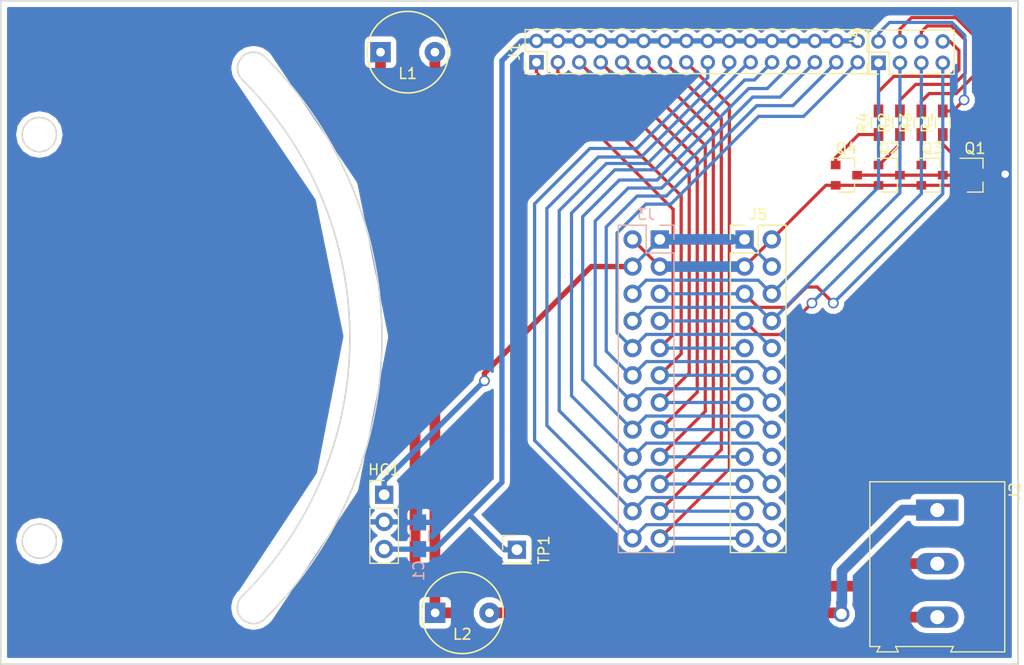
<source format=kicad_pcb>
(kicad_pcb (version 4) (host pcbnew 4.0.6)

  (general
    (links 86)
    (no_connects 0)
    (area 142.524999 91.924999 239.985 154.075001)
    (thickness 1.6)
    (drawings 11)
    (tracks 301)
    (zones 0)
    (modules 18)
    (nets 36)
  )

  (page A4)
  (layers
    (0 F.Cu signal)
    (31 B.Cu signal)
    (32 B.Adhes user)
    (33 F.Adhes user)
    (34 B.Paste user)
    (35 F.Paste user)
    (36 B.SilkS user)
    (37 F.SilkS user)
    (38 B.Mask user)
    (39 F.Mask user)
    (40 Dwgs.User user)
    (41 Cmts.User user)
    (42 Eco1.User user)
    (43 Eco2.User user)
    (44 Edge.Cuts user)
    (45 Margin user)
    (46 B.CrtYd user)
    (47 F.CrtYd user)
    (48 B.Fab user)
    (49 F.Fab user)
  )

  (setup
    (last_trace_width 0.3)
    (trace_clearance 0.25)
    (zone_clearance 0.508)
    (zone_45_only no)
    (trace_min 0.2)
    (segment_width 0.2)
    (edge_width 0.15)
    (via_size 1)
    (via_drill 0.7)
    (via_min_size 0.4)
    (via_min_drill 0.3)
    (uvia_size 0.3)
    (uvia_drill 0.1)
    (uvias_allowed no)
    (uvia_min_size 0.2)
    (uvia_min_drill 0.1)
    (pcb_text_width 0.3)
    (pcb_text_size 1.5 1.5)
    (mod_edge_width 0.15)
    (mod_text_size 1 1)
    (mod_text_width 0.15)
    (pad_size 1.524 1.524)
    (pad_drill 0.762)
    (pad_to_mask_clearance 0.2)
    (aux_axis_origin 144 154)
    (visible_elements 7FFEFF7F)
    (pcbplotparams
      (layerselection 0x010fc_80000001)
      (usegerberextensions true)
      (excludeedgelayer true)
      (linewidth 0.100000)
      (plotframeref false)
      (viasonmask false)
      (mode 1)
      (useauxorigin true)
      (hpglpennumber 1)
      (hpglpenspeed 20)
      (hpglpendiameter 15)
      (hpglpenoverlay 2)
      (psnegative false)
      (psa4output false)
      (plotreference true)
      (plotvalue false)
      (plotinvisibletext false)
      (padsonsilk false)
      (subtractmaskfromsilk false)
      (outputformat 1)
      (mirror false)
      (drillshape 0)
      (scaleselection 1)
      (outputdirectory C:/Users/Szczepan/Desktop/Flip/gerbery/))
  )

  (net 0 "")
  (net 1 GND)
  (net 2 VCC)
  (net 3 CH01)
  (net 4 DIGITAL)
  (net 5 CH02)
  (net 6 CH03)
  (net 7 CH04)
  (net 8 CH05)
  (net 9 CH06)
  (net 10 CH07)
  (net 11 CH08)
  (net 12 CH09)
  (net 13 CH10)
  (net 14 CH11)
  (net 15 CH12)
  (net 16 CH13)
  (net 17 CH14)
  (net 18 CH15)
  (net 19 CH16)
  (net 20 GND0)
  (net 21 GND1)
  (net 22 GND2)
  (net 23 GND3)
  (net 24 SW_GND)
  (net 25 "Net-(J2-Pad1)")
  (net 26 "Net-(J2-Pad2)")
  (net 27 "Net-(J2-Pad3)")
  (net 28 SW_GND0)
  (net 29 SW_GND1)
  (net 30 SW_GND2)
  (net 31 SW_GND3)
  (net 32 "Net-(Q1-Pad1)")
  (net 33 "Net-(Q2-Pad1)")
  (net 34 "Net-(Q3-Pad1)")
  (net 35 "Net-(Q4-Pad1)")

  (net_class Default "To jest domyślna klasa połączeń."
    (clearance 0.25)
    (trace_width 0.3)
    (via_dia 1)
    (via_drill 0.7)
    (uvia_dia 0.3)
    (uvia_drill 0.1)
    (add_net CH01)
    (add_net CH02)
    (add_net CH03)
    (add_net CH04)
    (add_net CH05)
    (add_net CH06)
    (add_net CH07)
    (add_net CH08)
    (add_net CH09)
    (add_net CH10)
    (add_net CH11)
    (add_net CH12)
    (add_net CH13)
    (add_net CH14)
    (add_net CH15)
    (add_net CH16)
    (add_net DIGITAL)
    (add_net GND)
    (add_net GND0)
    (add_net GND1)
    (add_net GND2)
    (add_net GND3)
    (add_net "Net-(Q1-Pad1)")
    (add_net "Net-(Q2-Pad1)")
    (add_net "Net-(Q3-Pad1)")
    (add_net "Net-(Q4-Pad1)")
    (add_net SW_GND)
    (add_net SW_GND0)
    (add_net SW_GND1)
    (add_net SW_GND2)
    (add_net SW_GND3)
    (add_net VCC)
  )

  (net_class Power ""
    (clearance 0.4)
    (trace_width 1)
    (via_dia 1.5)
    (via_drill 1)
    (uvia_dia 0.3)
    (uvia_drill 0.1)
    (add_net "Net-(J2-Pad1)")
    (add_net "Net-(J2-Pad2)")
    (add_net "Net-(J2-Pad3)")
  )

  (module Pin_Headers:Pin_Header_Straight_1x01_Pitch2.54mm (layer F.Cu) (tedit 5A6627E9) (tstamp 5A5E70D6)
    (at 192.2 143.3)
    (descr "Through hole straight pin header, 1x01, 2.54mm pitch, single row")
    (tags "Through hole pin header THT 1x01 2.54mm single row")
    (path /5A2F1A91)
    (fp_text reference TP1 (at 2.52 0.018 90) (layer F.SilkS)
      (effects (font (size 1 1) (thickness 0.15)))
    )
    (fp_text value HAL_TEST (at 0 2.33) (layer F.Fab) hide
      (effects (font (size 1 1) (thickness 0.15)))
    )
    (fp_line (start -0.635 -1.27) (end 1.27 -1.27) (layer F.Fab) (width 0.1))
    (fp_line (start 1.27 -1.27) (end 1.27 1.27) (layer F.Fab) (width 0.1))
    (fp_line (start 1.27 1.27) (end -1.27 1.27) (layer F.Fab) (width 0.1))
    (fp_line (start -1.27 1.27) (end -1.27 -0.635) (layer F.Fab) (width 0.1))
    (fp_line (start -1.27 -0.635) (end -0.635 -1.27) (layer F.Fab) (width 0.1))
    (fp_line (start -1.33 1.33) (end 1.33 1.33) (layer F.SilkS) (width 0.12))
    (fp_line (start -1.33 1.27) (end -1.33 1.33) (layer F.SilkS) (width 0.12))
    (fp_line (start 1.33 1.27) (end 1.33 1.33) (layer F.SilkS) (width 0.12))
    (fp_line (start -1.33 1.27) (end 1.33 1.27) (layer F.SilkS) (width 0.12))
    (fp_line (start -1.33 0) (end -1.33 -1.33) (layer F.SilkS) (width 0.12))
    (fp_line (start -1.33 -1.33) (end 0 -1.33) (layer F.SilkS) (width 0.12))
    (fp_line (start -1.8 -1.8) (end -1.8 1.8) (layer F.CrtYd) (width 0.05))
    (fp_line (start -1.8 1.8) (end 1.8 1.8) (layer F.CrtYd) (width 0.05))
    (fp_line (start 1.8 1.8) (end 1.8 -1.8) (layer F.CrtYd) (width 0.05))
    (fp_line (start 1.8 -1.8) (end -1.8 -1.8) (layer F.CrtYd) (width 0.05))
    (fp_text user %R (at 2.52 0.018 90) (layer F.Fab)
      (effects (font (size 1 1) (thickness 0.15)))
    )
    (pad 1 thru_hole rect (at 0 0) (size 1.7 1.7) (drill 1) (layers *.Cu *.Mask)
      (net 4 DIGITAL))
    (model ${KISYS3DMOD}/Pin_Headers.3dshapes/Pin_Header_Straight_1x01_Pitch2.54mm.wrl
      (at (xyz 0 0 0))
      (scale (xyz 1 1 1))
      (rotate (xyz 0 0 0))
    )
  )

  (module Connectors_Terminal_Blocks:TerminalBlock_Altech_AK300-3_P5.00mm (layer F.Cu) (tedit 5A662913) (tstamp 5A5E7086)
    (at 231.46 139.6 270)
    (descr "Altech AK300 terminal block, pitch 5.0mm, 45 degree angled, see http://www.mouser.com/ds/2/16/PCBMETRC-24178.pdf")
    (tags "Altech AK300 terminal block pitch 5.0mm")
    (path /5A2F312C)
    (fp_text reference J2 (at -1.75 -7.25 270) (layer F.SilkS)
      (effects (font (size 1 1) (thickness 0.15)))
    )
    (fp_text value COILS (at -0.75 -7.25 270) (layer F.Fab)
      (effects (font (size 1 1) (thickness 0.15)))
    )
    (fp_text user %R (at -1.75 -7.25 270) (layer F.Fab)
      (effects (font (size 1 1) (thickness 0.15)))
    )
    (fp_line (start -2.65 -6.3) (end -2.65 6.3) (layer F.SilkS) (width 0.12))
    (fp_line (start -2.65 6.3) (end 12.75 6.3) (layer F.SilkS) (width 0.12))
    (fp_line (start 12.75 6.3) (end 12.75 5.35) (layer F.SilkS) (width 0.12))
    (fp_line (start 12.75 5.35) (end 13.25 5.65) (layer F.SilkS) (width 0.12))
    (fp_line (start 13.25 5.65) (end 13.25 3.65) (layer F.SilkS) (width 0.12))
    (fp_line (start 13.25 3.65) (end 12.75 3.9) (layer F.SilkS) (width 0.12))
    (fp_line (start 12.75 3.9) (end 12.75 -1.5) (layer F.SilkS) (width 0.12))
    (fp_line (start 12.75 -1.5) (end 13.25 -1.25) (layer F.SilkS) (width 0.12))
    (fp_line (start 13.25 -1.25) (end 13.25 -6.3) (layer F.SilkS) (width 0.12))
    (fp_line (start 13.25 -6.3) (end -2.65 -6.3) (layer F.SilkS) (width 0.12))
    (fp_line (start 12.66 -0.65) (end -2.52 -0.65) (layer F.Fab) (width 0.1))
    (fp_line (start 8.02 3.99) (end 8.02 -0.26) (layer F.Fab) (width 0.1))
    (fp_line (start 12.09 6.21) (end 7.58 6.21) (layer F.Fab) (width 0.1))
    (fp_line (start 7.58 -3.19) (end 12.6 -3.19) (layer F.Fab) (width 0.1))
    (fp_line (start -2.58 -6.23) (end 12.66 -6.23) (layer F.Fab) (width 0.1))
    (fp_line (start 8.42 -0.26) (end 11.72 -0.26) (layer F.Fab) (width 0.1))
    (fp_line (start 8.04 -0.26) (end 8.42 -0.26) (layer F.Fab) (width 0.1))
    (fp_line (start 12.1 -0.26) (end 11.72 -0.26) (layer F.Fab) (width 0.1))
    (fp_line (start 8.57 -4.33) (end 11.62 -4.96) (layer F.Fab) (width 0.1))
    (fp_line (start 8.44 -4.46) (end 11.49 -5.09) (layer F.Fab) (width 0.1))
    (fp_line (start 12.1 -3.44) (end 8.04 -3.44) (layer F.Fab) (width 0.1))
    (fp_line (start 12.1 -5.98) (end 12.1 -3.44) (layer F.Fab) (width 0.1))
    (fp_line (start 8.04 -5.98) (end 12.1 -5.98) (layer F.Fab) (width 0.1))
    (fp_line (start 8.04 -3.44) (end 8.04 -5.98) (layer F.Fab) (width 0.1))
    (fp_line (start 12.66 -3.19) (end 12.66 -1.66) (layer F.Fab) (width 0.1))
    (fp_line (start 12.66 -0.65) (end 12.66 4.05) (layer F.Fab) (width 0.1))
    (fp_line (start 12.66 -1.66) (end 12.66 -0.65) (layer F.Fab) (width 0.1))
    (fp_line (start 11.72 0.5) (end 11.34 0.5) (layer F.Fab) (width 0.1))
    (fp_line (start 8.42 0.5) (end 8.8 0.5) (layer F.Fab) (width 0.1))
    (fp_line (start 8.42 3.67) (end 8.42 0.5) (layer F.Fab) (width 0.1))
    (fp_line (start 11.72 3.67) (end 8.42 3.67) (layer F.Fab) (width 0.1))
    (fp_line (start 11.72 3.67) (end 11.72 0.5) (layer F.Fab) (width 0.1))
    (fp_line (start 12.1 4.31) (end 12.1 6.21) (layer F.Fab) (width 0.1))
    (fp_line (start 8.04 4.31) (end 12.1 4.31) (layer F.Fab) (width 0.1))
    (fp_line (start 12.1 6.21) (end 12.66 6.21) (layer F.Fab) (width 0.1))
    (fp_line (start 12.1 -0.26) (end 12.1 4.31) (layer F.Fab) (width 0.1))
    (fp_line (start 8.04 6.21) (end 8.04 4.31) (layer F.Fab) (width 0.1))
    (fp_line (start 13.17 3.8) (end 13.17 5.45) (layer F.Fab) (width 0.1))
    (fp_line (start 12.66 4.05) (end 12.66 5.2) (layer F.Fab) (width 0.1))
    (fp_line (start 13.17 3.8) (end 12.66 4.05) (layer F.Fab) (width 0.1))
    (fp_line (start 12.66 5.2) (end 12.66 6.21) (layer F.Fab) (width 0.1))
    (fp_line (start 13.17 5.45) (end 12.66 5.2) (layer F.Fab) (width 0.1))
    (fp_line (start 13.17 -1.41) (end 12.66 -1.66) (layer F.Fab) (width 0.1))
    (fp_line (start 13.17 -6.23) (end 13.17 -1.41) (layer F.Fab) (width 0.1))
    (fp_line (start 12.66 -6.23) (end 13.17 -6.23) (layer F.Fab) (width 0.1))
    (fp_line (start 12.66 -6.23) (end 12.66 -3.19) (layer F.Fab) (width 0.1))
    (fp_line (start 8.8 2.53) (end 8.8 -0.26) (layer F.Fab) (width 0.1))
    (fp_line (start 8.8 -0.26) (end 11.34 -0.26) (layer F.Fab) (width 0.1))
    (fp_line (start 11.34 2.53) (end 11.34 -0.26) (layer F.Fab) (width 0.1))
    (fp_line (start 8.8 2.53) (end 11.34 2.53) (layer F.Fab) (width 0.1))
    (fp_line (start -1.28 2.53) (end 1.26 2.53) (layer F.Fab) (width 0.1))
    (fp_line (start 1.26 2.53) (end 1.26 -0.26) (layer F.Fab) (width 0.1))
    (fp_line (start -1.28 -0.26) (end 1.26 -0.26) (layer F.Fab) (width 0.1))
    (fp_line (start -1.28 2.53) (end -1.28 -0.26) (layer F.Fab) (width 0.1))
    (fp_line (start 3.72 2.53) (end 6.26 2.53) (layer F.Fab) (width 0.1))
    (fp_line (start 6.26 2.53) (end 6.26 -0.26) (layer F.Fab) (width 0.1))
    (fp_line (start 3.72 -0.26) (end 6.26 -0.26) (layer F.Fab) (width 0.1))
    (fp_line (start 3.72 2.53) (end 3.72 -0.26) (layer F.Fab) (width 0.1))
    (fp_line (start 8.02 5.2) (end 8.02 6.21) (layer F.Fab) (width 0.1))
    (fp_line (start 8.02 4.05) (end 8.02 5.2) (layer F.Fab) (width 0.1))
    (fp_line (start 2.96 6.21) (end 2.96 4.31) (layer F.Fab) (width 0.1))
    (fp_line (start 7.02 -0.26) (end 7.02 4.31) (layer F.Fab) (width 0.1))
    (fp_line (start 2.96 6.21) (end 7.02 6.21) (layer F.Fab) (width 0.1))
    (fp_line (start 7.02 6.21) (end 7.58 6.21) (layer F.Fab) (width 0.1))
    (fp_line (start 2.02 6.21) (end 2.02 4.31) (layer F.Fab) (width 0.1))
    (fp_line (start 2.02 6.21) (end 2.96 6.21) (layer F.Fab) (width 0.1))
    (fp_line (start -2.05 -0.26) (end -2.05 4.31) (layer F.Fab) (width 0.1))
    (fp_line (start -2.58 6.21) (end -2.05 6.21) (layer F.Fab) (width 0.1))
    (fp_line (start -2.05 6.21) (end 2.02 6.21) (layer F.Fab) (width 0.1))
    (fp_line (start 2.96 4.31) (end 7.02 4.31) (layer F.Fab) (width 0.1))
    (fp_line (start 2.96 4.31) (end 2.96 -0.26) (layer F.Fab) (width 0.1))
    (fp_line (start 7.02 4.31) (end 7.02 6.21) (layer F.Fab) (width 0.1))
    (fp_line (start 2.02 4.31) (end -2.05 4.31) (layer F.Fab) (width 0.1))
    (fp_line (start 2.02 4.31) (end 2.02 -0.26) (layer F.Fab) (width 0.1))
    (fp_line (start -2.05 4.31) (end -2.05 6.21) (layer F.Fab) (width 0.1))
    (fp_line (start 6.64 3.67) (end 6.64 0.5) (layer F.Fab) (width 0.1))
    (fp_line (start 6.64 3.67) (end 3.34 3.67) (layer F.Fab) (width 0.1))
    (fp_line (start 3.34 3.67) (end 3.34 0.5) (layer F.Fab) (width 0.1))
    (fp_line (start 1.64 3.67) (end 1.64 0.5) (layer F.Fab) (width 0.1))
    (fp_line (start 1.64 3.67) (end -1.67 3.67) (layer F.Fab) (width 0.1))
    (fp_line (start -1.67 3.67) (end -1.67 0.5) (layer F.Fab) (width 0.1))
    (fp_line (start -1.67 0.5) (end -1.28 0.5) (layer F.Fab) (width 0.1))
    (fp_line (start 1.64 0.5) (end 1.26 0.5) (layer F.Fab) (width 0.1))
    (fp_line (start 3.34 0.5) (end 3.72 0.5) (layer F.Fab) (width 0.1))
    (fp_line (start 6.64 0.5) (end 6.26 0.5) (layer F.Fab) (width 0.1))
    (fp_line (start -2.58 6.21) (end -2.58 -0.65) (layer F.Fab) (width 0.1))
    (fp_line (start -2.58 -0.65) (end -2.58 -3.19) (layer F.Fab) (width 0.1))
    (fp_line (start -2.58 -3.19) (end 7.58 -3.19) (layer F.Fab) (width 0.1))
    (fp_line (start -2.58 -3.19) (end -2.58 -6.23) (layer F.Fab) (width 0.1))
    (fp_line (start 2.96 -3.44) (end 2.96 -5.98) (layer F.Fab) (width 0.1))
    (fp_line (start 2.96 -5.98) (end 7.02 -5.98) (layer F.Fab) (width 0.1))
    (fp_line (start 7.02 -5.98) (end 7.02 -3.44) (layer F.Fab) (width 0.1))
    (fp_line (start 7.02 -3.44) (end 2.96 -3.44) (layer F.Fab) (width 0.1))
    (fp_line (start 2.02 -3.44) (end 2.02 -5.98) (layer F.Fab) (width 0.1))
    (fp_line (start 2.02 -3.44) (end -2.05 -3.44) (layer F.Fab) (width 0.1))
    (fp_line (start -2.05 -3.44) (end -2.05 -5.98) (layer F.Fab) (width 0.1))
    (fp_line (start 2.02 -5.98) (end -2.05 -5.98) (layer F.Fab) (width 0.1))
    (fp_line (start 3.36 -4.46) (end 6.41 -5.09) (layer F.Fab) (width 0.1))
    (fp_line (start 3.49 -4.33) (end 6.54 -4.96) (layer F.Fab) (width 0.1))
    (fp_line (start -1.64 -4.46) (end 1.41 -5.09) (layer F.Fab) (width 0.1))
    (fp_line (start -1.51 -4.33) (end 1.53 -4.96) (layer F.Fab) (width 0.1))
    (fp_line (start -2.05 -0.26) (end -1.67 -0.26) (layer F.Fab) (width 0.1))
    (fp_line (start 2.02 -0.26) (end 1.64 -0.26) (layer F.Fab) (width 0.1))
    (fp_line (start 1.64 -0.26) (end -1.67 -0.26) (layer F.Fab) (width 0.1))
    (fp_line (start 7.02 -0.26) (end 6.64 -0.26) (layer F.Fab) (width 0.1))
    (fp_line (start 2.96 -0.26) (end 3.34 -0.26) (layer F.Fab) (width 0.1))
    (fp_line (start 3.34 -0.26) (end 6.64 -0.26) (layer F.Fab) (width 0.1))
    (fp_line (start -2.83 -6.48) (end 13.42 -6.48) (layer F.CrtYd) (width 0.05))
    (fp_line (start -2.83 -6.48) (end -2.83 6.46) (layer F.CrtYd) (width 0.05))
    (fp_line (start 13.42 6.46) (end 13.42 -6.48) (layer F.CrtYd) (width 0.05))
    (fp_line (start 13.42 6.46) (end -2.83 6.46) (layer F.CrtYd) (width 0.05))
    (fp_arc (start 8.93 -4.66) (end 8.64 -4.14) (angle 104.2) (layer F.Fab) (width 0.1))
    (fp_arc (start 10.04 -3.72) (end 8.44 -5.01) (angle 100) (layer F.Fab) (width 0.1))
    (fp_arc (start 10.12 -6.08) (end 11.58 -4.13) (angle 75.5) (layer F.Fab) (width 0.1))
    (fp_arc (start 11.09 -4.6) (end 11.59 -5.06) (angle 90.5) (layer F.Fab) (width 0.1))
    (fp_arc (start 6.01 -4.6) (end 6.51 -5.06) (angle 90.5) (layer F.Fab) (width 0.1))
    (fp_arc (start 5.04 -6.08) (end 6.5 -4.13) (angle 75.5) (layer F.Fab) (width 0.1))
    (fp_arc (start 4.96 -3.72) (end 3.36 -5.01) (angle 100) (layer F.Fab) (width 0.1))
    (fp_arc (start 3.85 -4.66) (end 3.56 -4.14) (angle 104.2) (layer F.Fab) (width 0.1))
    (fp_arc (start 1 -4.6) (end 1.51 -5.06) (angle 90.5) (layer F.Fab) (width 0.1))
    (fp_arc (start 0.04 -6.08) (end 1.5 -4.13) (angle 75.5) (layer F.Fab) (width 0.1))
    (fp_arc (start -0.04 -3.72) (end -1.64 -5.01) (angle 100) (layer F.Fab) (width 0.1))
    (fp_arc (start -1.16 -4.66) (end -1.44 -4.14) (angle 104.2) (layer F.Fab) (width 0.1))
    (pad 1 thru_hole rect (at 0 0 270) (size 1.98 3.96) (drill 1.32) (layers *.Cu *.Mask)
      (net 25 "Net-(J2-Pad1)"))
    (pad 2 thru_hole oval (at 5 0 270) (size 1.98 3.96) (drill 1.32) (layers *.Cu *.Mask)
      (net 26 "Net-(J2-Pad2)"))
    (pad 3 thru_hole oval (at 10 0 270) (size 1.98 3.96) (drill 1.32) (layers *.Cu *.Mask)
      (net 27 "Net-(J2-Pad3)"))
    (model ${KISYS3DMOD}/Terminal_Blocks.3dshapes/TerminalBlock_Altech_AK300-3_P5.00mm.wrl
      (at (xyz 0 0 0))
      (scale (xyz 1 1 1))
      (rotate (xyz 0 0 0))
    )
  )

  (module Pin_Headers:Pin_Header_Straight_2x12_Pitch2.54mm (layer F.Cu) (tedit 59650532) (tstamp 5ABBDBD1)
    (at 213.46 114.3)
    (descr "Through hole straight pin header, 2x12, 2.54mm pitch, double rows")
    (tags "Through hole pin header THT 2x12 2.54mm double row")
    (path /5ABBF02D)
    (fp_text reference J5 (at 1.27 -2.33) (layer F.SilkS)
      (effects (font (size 1 1) (thickness 0.15)))
    )
    (fp_text value IDC2 (at 1.27 30.27) (layer F.Fab)
      (effects (font (size 1 1) (thickness 0.15)))
    )
    (fp_line (start 0 -1.27) (end 3.81 -1.27) (layer F.Fab) (width 0.1))
    (fp_line (start 3.81 -1.27) (end 3.81 29.21) (layer F.Fab) (width 0.1))
    (fp_line (start 3.81 29.21) (end -1.27 29.21) (layer F.Fab) (width 0.1))
    (fp_line (start -1.27 29.21) (end -1.27 0) (layer F.Fab) (width 0.1))
    (fp_line (start -1.27 0) (end 0 -1.27) (layer F.Fab) (width 0.1))
    (fp_line (start -1.33 29.27) (end 3.87 29.27) (layer F.SilkS) (width 0.12))
    (fp_line (start -1.33 1.27) (end -1.33 29.27) (layer F.SilkS) (width 0.12))
    (fp_line (start 3.87 -1.33) (end 3.87 29.27) (layer F.SilkS) (width 0.12))
    (fp_line (start -1.33 1.27) (end 1.27 1.27) (layer F.SilkS) (width 0.12))
    (fp_line (start 1.27 1.27) (end 1.27 -1.33) (layer F.SilkS) (width 0.12))
    (fp_line (start 1.27 -1.33) (end 3.87 -1.33) (layer F.SilkS) (width 0.12))
    (fp_line (start -1.33 0) (end -1.33 -1.33) (layer F.SilkS) (width 0.12))
    (fp_line (start -1.33 -1.33) (end 0 -1.33) (layer F.SilkS) (width 0.12))
    (fp_line (start -1.8 -1.8) (end -1.8 29.75) (layer F.CrtYd) (width 0.05))
    (fp_line (start -1.8 29.75) (end 4.35 29.75) (layer F.CrtYd) (width 0.05))
    (fp_line (start 4.35 29.75) (end 4.35 -1.8) (layer F.CrtYd) (width 0.05))
    (fp_line (start 4.35 -1.8) (end -1.8 -1.8) (layer F.CrtYd) (width 0.05))
    (fp_text user %R (at 1.27 13.97 90) (layer F.Fab)
      (effects (font (size 1 1) (thickness 0.15)))
    )
    (pad 1 thru_hole rect (at 0 0) (size 1.7 1.7) (drill 1) (layers *.Cu *.Mask)
      (net 2 VCC))
    (pad 2 thru_hole oval (at 2.54 0) (size 1.7 1.7) (drill 1) (layers *.Cu *.Mask)
      (net 1 GND))
    (pad 3 thru_hole oval (at 0 2.54) (size 1.7 1.7) (drill 1) (layers *.Cu *.Mask)
      (net 1 GND))
    (pad 4 thru_hole oval (at 2.54 2.54) (size 1.7 1.7) (drill 1) (layers *.Cu *.Mask)
      (net 2 VCC))
    (pad 5 thru_hole oval (at 0 5.08) (size 1.7 1.7) (drill 1) (layers *.Cu *.Mask)
      (net 20 GND0))
    (pad 6 thru_hole oval (at 2.54 5.08) (size 1.7 1.7) (drill 1) (layers *.Cu *.Mask)
      (net 23 GND3))
    (pad 7 thru_hole oval (at 0 7.62) (size 1.7 1.7) (drill 1) (layers *.Cu *.Mask)
      (net 21 GND1))
    (pad 8 thru_hole oval (at 2.54 7.62) (size 1.7 1.7) (drill 1) (layers *.Cu *.Mask)
      (net 22 GND2))
    (pad 9 thru_hole oval (at 0 10.16) (size 1.7 1.7) (drill 1) (layers *.Cu *.Mask)
      (net 3 CH01))
    (pad 10 thru_hole oval (at 2.54 10.16) (size 1.7 1.7) (drill 1) (layers *.Cu *.Mask)
      (net 19 CH16))
    (pad 11 thru_hole oval (at 0 12.7) (size 1.7 1.7) (drill 1) (layers *.Cu *.Mask)
      (net 5 CH02))
    (pad 12 thru_hole oval (at 2.54 12.7) (size 1.7 1.7) (drill 1) (layers *.Cu *.Mask)
      (net 18 CH15))
    (pad 13 thru_hole oval (at 0 15.24) (size 1.7 1.7) (drill 1) (layers *.Cu *.Mask)
      (net 6 CH03))
    (pad 14 thru_hole oval (at 2.54 15.24) (size 1.7 1.7) (drill 1) (layers *.Cu *.Mask)
      (net 17 CH14))
    (pad 15 thru_hole oval (at 0 17.78) (size 1.7 1.7) (drill 1) (layers *.Cu *.Mask)
      (net 7 CH04))
    (pad 16 thru_hole oval (at 2.54 17.78) (size 1.7 1.7) (drill 1) (layers *.Cu *.Mask)
      (net 16 CH13))
    (pad 17 thru_hole oval (at 0 20.32) (size 1.7 1.7) (drill 1) (layers *.Cu *.Mask)
      (net 8 CH05))
    (pad 18 thru_hole oval (at 2.54 20.32) (size 1.7 1.7) (drill 1) (layers *.Cu *.Mask)
      (net 15 CH12))
    (pad 19 thru_hole oval (at 0 22.86) (size 1.7 1.7) (drill 1) (layers *.Cu *.Mask)
      (net 9 CH06))
    (pad 20 thru_hole oval (at 2.54 22.86) (size 1.7 1.7) (drill 1) (layers *.Cu *.Mask)
      (net 14 CH11))
    (pad 21 thru_hole oval (at 0 25.4) (size 1.7 1.7) (drill 1) (layers *.Cu *.Mask)
      (net 10 CH07))
    (pad 22 thru_hole oval (at 2.54 25.4) (size 1.7 1.7) (drill 1) (layers *.Cu *.Mask)
      (net 13 CH10))
    (pad 23 thru_hole oval (at 0 27.94) (size 1.7 1.7) (drill 1) (layers *.Cu *.Mask)
      (net 11 CH08))
    (pad 24 thru_hole oval (at 2.54 27.94) (size 1.7 1.7) (drill 1) (layers *.Cu *.Mask)
      (net 12 CH09))
    (model ${KISYS3DMOD}/Pin_Headers.3dshapes/Pin_Header_Straight_2x12_Pitch2.54mm.wrl
      (at (xyz 0 0 0))
      (scale (xyz 1 1 1))
      (rotate (xyz 0 0 0))
    )
  )

  (module Capacitors_SMD:C_0805_HandSoldering (layer B.Cu) (tedit 5A66275A) (tstamp 5A5E7042)
    (at 183.1 142 270)
    (descr "Capacitor SMD 0805, hand soldering")
    (tags "capacitor 0805")
    (path /5A2EE4A3)
    (attr smd)
    (fp_text reference C1 (at 3.25 0.07 270) (layer B.SilkS)
      (effects (font (size 1 1) (thickness 0.15)) (justify mirror))
    )
    (fp_text value 100nF (at 5.5 1.57 270) (layer B.Fab) hide
      (effects (font (size 1 1) (thickness 0.15)) (justify mirror))
    )
    (fp_text user %R (at 3.25 0.07 270) (layer B.Fab)
      (effects (font (size 1 1) (thickness 0.15)) (justify mirror))
    )
    (fp_line (start -1 -0.62) (end -1 0.62) (layer B.Fab) (width 0.1))
    (fp_line (start 1 -0.62) (end -1 -0.62) (layer B.Fab) (width 0.1))
    (fp_line (start 1 0.62) (end 1 -0.62) (layer B.Fab) (width 0.1))
    (fp_line (start -1 0.62) (end 1 0.62) (layer B.Fab) (width 0.1))
    (fp_line (start 0.5 0.85) (end -0.5 0.85) (layer B.SilkS) (width 0.12))
    (fp_line (start -0.5 -0.85) (end 0.5 -0.85) (layer B.SilkS) (width 0.12))
    (fp_line (start -2.25 0.88) (end 2.25 0.88) (layer B.CrtYd) (width 0.05))
    (fp_line (start -2.25 0.88) (end -2.25 -0.87) (layer B.CrtYd) (width 0.05))
    (fp_line (start 2.25 -0.87) (end 2.25 0.88) (layer B.CrtYd) (width 0.05))
    (fp_line (start 2.25 -0.87) (end -2.25 -0.87) (layer B.CrtYd) (width 0.05))
    (pad 1 smd rect (at -1.25 0 270) (size 1.5 1.25) (layers B.Cu B.Paste B.Mask)
      (net 24 SW_GND))
    (pad 2 smd rect (at 1.25 0 270) (size 1.5 1.25) (layers B.Cu B.Paste B.Mask)
      (net 4 DIGITAL))
    (model Capacitors_SMD.3dshapes/C_0805.wrl
      (at (xyz 0 0 0))
      (scale (xyz 1 1 1))
      (rotate (xyz 0 0 0))
    )
  )

  (module Pin_Headers:Pin_Header_Straight_2x16_Pitch2.00mm (layer F.Cu) (tedit 5A6626A0) (tstamp 5A5E7073)
    (at 194.025 97.75 90)
    (descr "Through hole straight pin header, 2x16, 2.00mm pitch, double rows")
    (tags "Through hole pin header THT 2x16 2.00mm double row")
    (path /5A2F6823)
    (fp_text reference J1 (at 1 -2.06 90) (layer F.SilkS)
      (effects (font (size 1 1) (thickness 0.15)))
    )
    (fp_text value CHANNEL (at 1.318 31.95 90) (layer F.Fab)
      (effects (font (size 1 1) (thickness 0.15)))
    )
    (fp_line (start 0 -1) (end 3 -1) (layer F.Fab) (width 0.1))
    (fp_line (start 3 -1) (end 3 31) (layer F.Fab) (width 0.1))
    (fp_line (start 3 31) (end -1 31) (layer F.Fab) (width 0.1))
    (fp_line (start -1 31) (end -1 0) (layer F.Fab) (width 0.1))
    (fp_line (start -1 0) (end 0 -1) (layer F.Fab) (width 0.1))
    (fp_line (start -1.06 31.06) (end 3.06 31.06) (layer F.SilkS) (width 0.12))
    (fp_line (start -1.06 1) (end -1.06 31.06) (layer F.SilkS) (width 0.12))
    (fp_line (start 3.06 -1.06) (end 3.06 31.06) (layer F.SilkS) (width 0.12))
    (fp_line (start -1.06 1) (end 1 1) (layer F.SilkS) (width 0.12))
    (fp_line (start 1 1) (end 1 -1.06) (layer F.SilkS) (width 0.12))
    (fp_line (start 1 -1.06) (end 3.06 -1.06) (layer F.SilkS) (width 0.12))
    (fp_line (start -1.06 0) (end -1.06 -1.06) (layer F.SilkS) (width 0.12))
    (fp_line (start -1.06 -1.06) (end 0 -1.06) (layer F.SilkS) (width 0.12))
    (fp_line (start -1.5 -1.5) (end -1.5 31.5) (layer F.CrtYd) (width 0.05))
    (fp_line (start -1.5 31.5) (end 3.5 31.5) (layer F.CrtYd) (width 0.05))
    (fp_line (start 3.5 31.5) (end 3.5 -1.5) (layer F.CrtYd) (width 0.05))
    (fp_line (start 3.5 -1.5) (end -1.5 -1.5) (layer F.CrtYd) (width 0.05))
    (fp_text user %R (at 1 15 180) (layer F.Fab)
      (effects (font (size 1 1) (thickness 0.15)))
    )
    (pad 1 thru_hole rect (at 0 0 90) (size 1.35 1.35) (drill 0.8) (layers *.Cu *.Mask)
      (net 3 CH01))
    (pad 2 thru_hole oval (at 2 0 90) (size 1.35 1.35) (drill 0.8) (layers *.Cu *.Mask)
      (net 4 DIGITAL))
    (pad 3 thru_hole oval (at 0 2 90) (size 1.35 1.35) (drill 0.8) (layers *.Cu *.Mask)
      (net 5 CH02))
    (pad 4 thru_hole oval (at 2 2 90) (size 1.35 1.35) (drill 0.8) (layers *.Cu *.Mask)
      (net 4 DIGITAL))
    (pad 5 thru_hole oval (at 0 4 90) (size 1.35 1.35) (drill 0.8) (layers *.Cu *.Mask)
      (net 6 CH03))
    (pad 6 thru_hole oval (at 2 4 90) (size 1.35 1.35) (drill 0.8) (layers *.Cu *.Mask)
      (net 4 DIGITAL))
    (pad 7 thru_hole oval (at 0 6 90) (size 1.35 1.35) (drill 0.8) (layers *.Cu *.Mask)
      (net 7 CH04))
    (pad 8 thru_hole oval (at 2 6 90) (size 1.35 1.35) (drill 0.8) (layers *.Cu *.Mask)
      (net 4 DIGITAL))
    (pad 9 thru_hole oval (at 0 8 90) (size 1.35 1.35) (drill 0.8) (layers *.Cu *.Mask)
      (net 8 CH05))
    (pad 10 thru_hole oval (at 2 8 90) (size 1.35 1.35) (drill 0.8) (layers *.Cu *.Mask)
      (net 4 DIGITAL))
    (pad 11 thru_hole oval (at 0 10 90) (size 1.35 1.35) (drill 0.8) (layers *.Cu *.Mask)
      (net 9 CH06))
    (pad 12 thru_hole oval (at 2 10 90) (size 1.35 1.35) (drill 0.8) (layers *.Cu *.Mask)
      (net 4 DIGITAL))
    (pad 13 thru_hole oval (at 0 12 90) (size 1.35 1.35) (drill 0.8) (layers *.Cu *.Mask)
      (net 10 CH07))
    (pad 14 thru_hole oval (at 2 12 90) (size 1.35 1.35) (drill 0.8) (layers *.Cu *.Mask)
      (net 4 DIGITAL))
    (pad 15 thru_hole oval (at 0 14 90) (size 1.35 1.35) (drill 0.8) (layers *.Cu *.Mask)
      (net 11 CH08))
    (pad 16 thru_hole oval (at 2 14 90) (size 1.35 1.35) (drill 0.8) (layers *.Cu *.Mask)
      (net 4 DIGITAL))
    (pad 17 thru_hole oval (at 0 16 90) (size 1.35 1.35) (drill 0.8) (layers *.Cu *.Mask)
      (net 12 CH09))
    (pad 18 thru_hole oval (at 2 16 90) (size 1.35 1.35) (drill 0.8) (layers *.Cu *.Mask)
      (net 4 DIGITAL))
    (pad 19 thru_hole oval (at 0 18 90) (size 1.35 1.35) (drill 0.8) (layers *.Cu *.Mask)
      (net 13 CH10))
    (pad 20 thru_hole oval (at 2 18 90) (size 1.35 1.35) (drill 0.8) (layers *.Cu *.Mask)
      (net 4 DIGITAL))
    (pad 21 thru_hole oval (at 0 20 90) (size 1.35 1.35) (drill 0.8) (layers *.Cu *.Mask)
      (net 14 CH11))
    (pad 22 thru_hole oval (at 2 20 90) (size 1.35 1.35) (drill 0.8) (layers *.Cu *.Mask)
      (net 4 DIGITAL))
    (pad 23 thru_hole oval (at 0 22 90) (size 1.35 1.35) (drill 0.8) (layers *.Cu *.Mask)
      (net 15 CH12))
    (pad 24 thru_hole oval (at 2 22 90) (size 1.35 1.35) (drill 0.8) (layers *.Cu *.Mask)
      (net 4 DIGITAL))
    (pad 25 thru_hole oval (at 0 24 90) (size 1.35 1.35) (drill 0.8) (layers *.Cu *.Mask)
      (net 16 CH13))
    (pad 26 thru_hole oval (at 2 24 90) (size 1.35 1.35) (drill 0.8) (layers *.Cu *.Mask)
      (net 4 DIGITAL))
    (pad 27 thru_hole oval (at 0 26 90) (size 1.35 1.35) (drill 0.8) (layers *.Cu *.Mask)
      (net 17 CH14))
    (pad 28 thru_hole oval (at 2 26 90) (size 1.35 1.35) (drill 0.8) (layers *.Cu *.Mask)
      (net 4 DIGITAL))
    (pad 29 thru_hole oval (at 0 28 90) (size 1.35 1.35) (drill 0.8) (layers *.Cu *.Mask)
      (net 18 CH15))
    (pad 30 thru_hole oval (at 2 28 90) (size 1.35 1.35) (drill 0.8) (layers *.Cu *.Mask)
      (net 4 DIGITAL))
    (pad 31 thru_hole oval (at 0 30 90) (size 1.35 1.35) (drill 0.8) (layers *.Cu *.Mask)
      (net 19 CH16))
    (pad 32 thru_hole oval (at 2 30 90) (size 1.35 1.35) (drill 0.8) (layers *.Cu *.Mask)
      (net 4 DIGITAL))
    (model ${KISYS3DMOD}/Pin_Headers.3dshapes/Pin_Header_Straight_2x16_Pitch2.00mm.wrl
      (at (xyz 0 0 0))
      (scale (xyz 1 1 1))
      (rotate (xyz 0 0 0))
    )
  )

  (module Pin_Headers:Pin_Header_Straight_2x04_Pitch2.00mm (layer F.Cu) (tedit 5A6628EB) (tstamp 5A5E707F)
    (at 225.969857 97.796587 90)
    (descr "Through hole straight pin header, 2x04, 2.00mm pitch, double rows")
    (tags "Through hole pin header THT 2x04 2.00mm double row")
    (path /5A2F6E84)
    (fp_text reference J4 (at 2.368 -2.166 90) (layer F.SilkS)
      (effects (font (size 1 1) (thickness 0.15)))
    )
    (fp_text value GROUND (at 1 8.06 90) (layer F.Fab) hide
      (effects (font (size 1 1) (thickness 0.15)))
    )
    (fp_line (start 0 -1) (end 3 -1) (layer F.Fab) (width 0.1))
    (fp_line (start 3 -1) (end 3 7) (layer F.Fab) (width 0.1))
    (fp_line (start 3 7) (end -1 7) (layer F.Fab) (width 0.1))
    (fp_line (start -1 7) (end -1 0) (layer F.Fab) (width 0.1))
    (fp_line (start -1 0) (end 0 -1) (layer F.Fab) (width 0.1))
    (fp_line (start -1.06 7.06) (end 3.06 7.06) (layer F.SilkS) (width 0.12))
    (fp_line (start -1.06 1) (end -1.06 7.06) (layer F.SilkS) (width 0.12))
    (fp_line (start 3.06 -1.06) (end 3.06 7.06) (layer F.SilkS) (width 0.12))
    (fp_line (start -1.06 1) (end 1 1) (layer F.SilkS) (width 0.12))
    (fp_line (start 1 1) (end 1 -1.06) (layer F.SilkS) (width 0.12))
    (fp_line (start 1 -1.06) (end 3.06 -1.06) (layer F.SilkS) (width 0.12))
    (fp_line (start -1.06 0) (end -1.06 -1.06) (layer F.SilkS) (width 0.12))
    (fp_line (start -1.06 -1.06) (end 0 -1.06) (layer F.SilkS) (width 0.12))
    (fp_line (start -1.5 -1.5) (end -1.5 7.5) (layer F.CrtYd) (width 0.05))
    (fp_line (start -1.5 7.5) (end 3.5 7.5) (layer F.CrtYd) (width 0.05))
    (fp_line (start 3.5 7.5) (end 3.5 -1.5) (layer F.CrtYd) (width 0.05))
    (fp_line (start 3.5 -1.5) (end -1.5 -1.5) (layer F.CrtYd) (width 0.05))
    (fp_text user %R (at 4.118 3.084 180) (layer F.Fab)
      (effects (font (size 1 1) (thickness 0.15)))
    )
    (pad 1 thru_hole rect (at 0 0 90) (size 1.35 1.35) (drill 0.8) (layers *.Cu *.Mask)
      (net 23 GND3))
    (pad 2 thru_hole oval (at 2 0 90) (size 1.35 1.35) (drill 0.8) (layers *.Cu *.Mask)
      (net 28 SW_GND0))
    (pad 3 thru_hole oval (at 0 2 90) (size 1.35 1.35) (drill 0.8) (layers *.Cu *.Mask)
      (net 22 GND2))
    (pad 4 thru_hole oval (at 2 2 90) (size 1.35 1.35) (drill 0.8) (layers *.Cu *.Mask)
      (net 29 SW_GND1))
    (pad 5 thru_hole oval (at 0 4 90) (size 1.35 1.35) (drill 0.8) (layers *.Cu *.Mask)
      (net 21 GND1))
    (pad 6 thru_hole oval (at 2 4 90) (size 1.35 1.35) (drill 0.8) (layers *.Cu *.Mask)
      (net 30 SW_GND2))
    (pad 7 thru_hole oval (at 0 6 90) (size 1.35 1.35) (drill 0.8) (layers *.Cu *.Mask)
      (net 20 GND0))
    (pad 8 thru_hole oval (at 2 6 90) (size 1.35 1.35) (drill 0.8) (layers *.Cu *.Mask)
      (net 31 SW_GND3))
    (model ${KISYS3DMOD}/Pin_Headers.3dshapes/Pin_Header_Straight_2x04_Pitch2.00mm.wrl
      (at (xyz 0 0 0))
      (scale (xyz 1 1 1))
      (rotate (xyz 0 0 0))
    )
  )

  (module Inductors:INDUCTOR_V (layer F.Cu) (tedit 0) (tstamp 5A5E70C4)
    (at 182 96.8)
    (descr "Inductor (vertical)")
    (tags INDUCTOR)
    (path /5A2F2F93)
    (fp_text reference L1 (at 0 1.99898) (layer F.SilkS)
      (effects (font (size 1 1) (thickness 0.15)))
    )
    (fp_text value L (at 0.09906 -1.99898) (layer F.Fab)
      (effects (font (size 1 1) (thickness 0.15)))
    )
    (fp_circle (center 0 0) (end 3.81 0) (layer F.SilkS) (width 0.15))
    (pad 1 thru_hole rect (at -2.54 0) (size 1.905 1.905) (drill 0.8128) (layers *.Cu *.Mask)
      (net 27 "Net-(J2-Pad3)"))
    (pad 2 thru_hole circle (at 2.54 0) (size 1.905 1.905) (drill 0.8128) (layers *.Cu *.Mask)
      (net 26 "Net-(J2-Pad2)"))
    (model Inductors.3dshapes/INDUCTOR_V.wrl
      (at (xyz 0 0 0))
      (scale (xyz 2 2 2))
      (rotate (xyz 0 0 0))
    )
  )

  (module Inductors:INDUCTOR_V (layer F.Cu) (tedit 0) (tstamp 5A5E70CA)
    (at 187.1 149.2)
    (descr "Inductor (vertical)")
    (tags INDUCTOR)
    (path /5A2F2A58)
    (fp_text reference L2 (at 0 1.99898) (layer F.SilkS)
      (effects (font (size 1 1) (thickness 0.15)))
    )
    (fp_text value L (at 0.09906 -1.99898) (layer F.Fab)
      (effects (font (size 1 1) (thickness 0.15)))
    )
    (fp_circle (center 0 0) (end 3.81 0) (layer F.SilkS) (width 0.15))
    (pad 1 thru_hole rect (at -2.54 0) (size 1.905 1.905) (drill 0.8128) (layers *.Cu *.Mask)
      (net 26 "Net-(J2-Pad2)"))
    (pad 2 thru_hole circle (at 2.54 0) (size 1.905 1.905) (drill 0.8128) (layers *.Cu *.Mask)
      (net 25 "Net-(J2-Pad1)"))
    (model Inductors.3dshapes/INDUCTOR_V.wrl
      (at (xyz 0 0 0))
      (scale (xyz 2 2 2))
      (rotate (xyz 0 0 0))
    )
  )

  (module Pin_Headers:Pin_Header_Straight_1x03_Pitch2.54mm (layer F.Cu) (tedit 5A66272F) (tstamp 5A5E8784)
    (at 179.8 138.16)
    (descr "Through hole straight pin header, 1x03, 2.54mm pitch, single row")
    (tags "Through hole pin header THT 1x03 2.54mm single row")
    (path /5A2EE2A2)
    (fp_text reference HG1 (at 0 -2.33) (layer F.SilkS)
      (effects (font (size 1 1) (thickness 0.15)))
    )
    (fp_text value Hall (at 0 7.41) (layer F.Fab) hide
      (effects (font (size 1 1) (thickness 0.15)))
    )
    (fp_line (start -0.635 -1.27) (end 1.27 -1.27) (layer F.Fab) (width 0.1))
    (fp_line (start 1.27 -1.27) (end 1.27 6.35) (layer F.Fab) (width 0.1))
    (fp_line (start 1.27 6.35) (end -1.27 6.35) (layer F.Fab) (width 0.1))
    (fp_line (start -1.27 6.35) (end -1.27 -0.635) (layer F.Fab) (width 0.1))
    (fp_line (start -1.27 -0.635) (end -0.635 -1.27) (layer F.Fab) (width 0.1))
    (fp_line (start -1.33 6.41) (end 1.33 6.41) (layer F.SilkS) (width 0.12))
    (fp_line (start -1.33 1.27) (end -1.33 6.41) (layer F.SilkS) (width 0.12))
    (fp_line (start 1.33 1.27) (end 1.33 6.41) (layer F.SilkS) (width 0.12))
    (fp_line (start -1.33 1.27) (end 1.33 1.27) (layer F.SilkS) (width 0.12))
    (fp_line (start -1.33 0) (end -1.33 -1.33) (layer F.SilkS) (width 0.12))
    (fp_line (start -1.33 -1.33) (end 0 -1.33) (layer F.SilkS) (width 0.12))
    (fp_line (start -1.8 -1.8) (end -1.8 6.85) (layer F.CrtYd) (width 0.05))
    (fp_line (start -1.8 6.85) (end 1.8 6.85) (layer F.CrtYd) (width 0.05))
    (fp_line (start 1.8 6.85) (end 1.8 -1.8) (layer F.CrtYd) (width 0.05))
    (fp_line (start 1.8 -1.8) (end -1.8 -1.8) (layer F.CrtYd) (width 0.05))
    (fp_text user %R (at 2.5 2.75 90) (layer F.Fab)
      (effects (font (size 1 1) (thickness 0.15)))
    )
    (pad 1 thru_hole rect (at 0 0) (size 1.7 1.7) (drill 1) (layers *.Cu *.Mask)
      (net 2 VCC))
    (pad 2 thru_hole oval (at 0 2.54) (size 1.7 1.7) (drill 1) (layers *.Cu *.Mask)
      (net 24 SW_GND))
    (pad 3 thru_hole oval (at 0 5.08) (size 1.7 1.7) (drill 1) (layers *.Cu *.Mask)
      (net 4 DIGITAL))
    (model ${KISYS3DMOD}/Pin_Headers.3dshapes/Pin_Header_Straight_1x03_Pitch2.54mm.wrl
      (at (xyz 0 0 0))
      (scale (xyz 1 1 1))
      (rotate (xyz 0 0 0))
    )
  )

  (module Pin_Headers:Pin_Header_Straight_2x12_Pitch2.54mm (layer B.Cu) (tedit 59650532) (tstamp 5ABBDB77)
    (at 205.54 114.3 180)
    (descr "Through hole straight pin header, 2x12, 2.54mm pitch, double rows")
    (tags "Through hole pin header THT 2x12 2.54mm double row")
    (path /5A3094F6)
    (fp_text reference J3 (at 1.27 2.33 180) (layer B.SilkS)
      (effects (font (size 1 1) (thickness 0.15)) (justify mirror))
    )
    (fp_text value IDC1 (at 1.27 -30.27 180) (layer B.Fab)
      (effects (font (size 1 1) (thickness 0.15)) (justify mirror))
    )
    (fp_line (start 0 1.27) (end 3.81 1.27) (layer B.Fab) (width 0.1))
    (fp_line (start 3.81 1.27) (end 3.81 -29.21) (layer B.Fab) (width 0.1))
    (fp_line (start 3.81 -29.21) (end -1.27 -29.21) (layer B.Fab) (width 0.1))
    (fp_line (start -1.27 -29.21) (end -1.27 0) (layer B.Fab) (width 0.1))
    (fp_line (start -1.27 0) (end 0 1.27) (layer B.Fab) (width 0.1))
    (fp_line (start -1.33 -29.27) (end 3.87 -29.27) (layer B.SilkS) (width 0.12))
    (fp_line (start -1.33 -1.27) (end -1.33 -29.27) (layer B.SilkS) (width 0.12))
    (fp_line (start 3.87 1.33) (end 3.87 -29.27) (layer B.SilkS) (width 0.12))
    (fp_line (start -1.33 -1.27) (end 1.27 -1.27) (layer B.SilkS) (width 0.12))
    (fp_line (start 1.27 -1.27) (end 1.27 1.33) (layer B.SilkS) (width 0.12))
    (fp_line (start 1.27 1.33) (end 3.87 1.33) (layer B.SilkS) (width 0.12))
    (fp_line (start -1.33 0) (end -1.33 1.33) (layer B.SilkS) (width 0.12))
    (fp_line (start -1.33 1.33) (end 0 1.33) (layer B.SilkS) (width 0.12))
    (fp_line (start -1.8 1.8) (end -1.8 -29.75) (layer B.CrtYd) (width 0.05))
    (fp_line (start -1.8 -29.75) (end 4.35 -29.75) (layer B.CrtYd) (width 0.05))
    (fp_line (start 4.35 -29.75) (end 4.35 1.8) (layer B.CrtYd) (width 0.05))
    (fp_line (start 4.35 1.8) (end -1.8 1.8) (layer B.CrtYd) (width 0.05))
    (fp_text user %R (at 1.27 -13.97 450) (layer B.Fab)
      (effects (font (size 1 1) (thickness 0.15)) (justify mirror))
    )
    (pad 1 thru_hole rect (at 0 0 180) (size 1.7 1.7) (drill 1) (layers *.Cu *.Mask)
      (net 2 VCC))
    (pad 2 thru_hole oval (at 2.54 0 180) (size 1.7 1.7) (drill 1) (layers *.Cu *.Mask)
      (net 1 GND))
    (pad 3 thru_hole oval (at 0 -2.54 180) (size 1.7 1.7) (drill 1) (layers *.Cu *.Mask)
      (net 1 GND))
    (pad 4 thru_hole oval (at 2.54 -2.54 180) (size 1.7 1.7) (drill 1) (layers *.Cu *.Mask)
      (net 2 VCC))
    (pad 5 thru_hole oval (at 0 -5.08 180) (size 1.7 1.7) (drill 1) (layers *.Cu *.Mask)
      (net 20 GND0))
    (pad 6 thru_hole oval (at 2.54 -5.08 180) (size 1.7 1.7) (drill 1) (layers *.Cu *.Mask)
      (net 23 GND3))
    (pad 7 thru_hole oval (at 0 -7.62 180) (size 1.7 1.7) (drill 1) (layers *.Cu *.Mask)
      (net 21 GND1))
    (pad 8 thru_hole oval (at 2.54 -7.62 180) (size 1.7 1.7) (drill 1) (layers *.Cu *.Mask)
      (net 22 GND2))
    (pad 9 thru_hole oval (at 0 -10.16 180) (size 1.7 1.7) (drill 1) (layers *.Cu *.Mask)
      (net 3 CH01))
    (pad 10 thru_hole oval (at 2.54 -10.16 180) (size 1.7 1.7) (drill 1) (layers *.Cu *.Mask)
      (net 19 CH16))
    (pad 11 thru_hole oval (at 0 -12.7 180) (size 1.7 1.7) (drill 1) (layers *.Cu *.Mask)
      (net 5 CH02))
    (pad 12 thru_hole oval (at 2.54 -12.7 180) (size 1.7 1.7) (drill 1) (layers *.Cu *.Mask)
      (net 18 CH15))
    (pad 13 thru_hole oval (at 0 -15.24 180) (size 1.7 1.7) (drill 1) (layers *.Cu *.Mask)
      (net 6 CH03))
    (pad 14 thru_hole oval (at 2.54 -15.24 180) (size 1.7 1.7) (drill 1) (layers *.Cu *.Mask)
      (net 17 CH14))
    (pad 15 thru_hole oval (at 0 -17.78 180) (size 1.7 1.7) (drill 1) (layers *.Cu *.Mask)
      (net 7 CH04))
    (pad 16 thru_hole oval (at 2.54 -17.78 180) (size 1.7 1.7) (drill 1) (layers *.Cu *.Mask)
      (net 16 CH13))
    (pad 17 thru_hole oval (at 0 -20.32 180) (size 1.7 1.7) (drill 1) (layers *.Cu *.Mask)
      (net 8 CH05))
    (pad 18 thru_hole oval (at 2.54 -20.32 180) (size 1.7 1.7) (drill 1) (layers *.Cu *.Mask)
      (net 15 CH12))
    (pad 19 thru_hole oval (at 0 -22.86 180) (size 1.7 1.7) (drill 1) (layers *.Cu *.Mask)
      (net 9 CH06))
    (pad 20 thru_hole oval (at 2.54 -22.86 180) (size 1.7 1.7) (drill 1) (layers *.Cu *.Mask)
      (net 14 CH11))
    (pad 21 thru_hole oval (at 0 -25.4 180) (size 1.7 1.7) (drill 1) (layers *.Cu *.Mask)
      (net 10 CH07))
    (pad 22 thru_hole oval (at 2.54 -25.4 180) (size 1.7 1.7) (drill 1) (layers *.Cu *.Mask)
      (net 13 CH10))
    (pad 23 thru_hole oval (at 0 -27.94 180) (size 1.7 1.7) (drill 1) (layers *.Cu *.Mask)
      (net 11 CH08))
    (pad 24 thru_hole oval (at 2.54 -27.94 180) (size 1.7 1.7) (drill 1) (layers *.Cu *.Mask)
      (net 12 CH09))
    (model ${KISYS3DMOD}/Pin_Headers.3dshapes/Pin_Header_Straight_2x12_Pitch2.54mm.wrl
      (at (xyz 0 0 0))
      (scale (xyz 1 1 1))
      (rotate (xyz 0 0 0))
    )
  )

  (module TO_SOT_Packages_SMD:SOT-23 (layer F.Cu) (tedit 58CE4E7E) (tstamp 5ABBDBE6)
    (at 234.969857 108.296587)
    (descr "SOT-23, Standard")
    (tags SOT-23)
    (path /5ABBD710)
    (attr smd)
    (fp_text reference Q1 (at 0 -2.5) (layer F.SilkS)
      (effects (font (size 1 1) (thickness 0.15)))
    )
    (fp_text value Q_NPN_BEC (at 0 2.5) (layer F.Fab)
      (effects (font (size 1 1) (thickness 0.15)))
    )
    (fp_text user %R (at 0 0 90) (layer F.Fab)
      (effects (font (size 0.5 0.5) (thickness 0.075)))
    )
    (fp_line (start -0.7 -0.95) (end -0.7 1.5) (layer F.Fab) (width 0.1))
    (fp_line (start -0.15 -1.52) (end 0.7 -1.52) (layer F.Fab) (width 0.1))
    (fp_line (start -0.7 -0.95) (end -0.15 -1.52) (layer F.Fab) (width 0.1))
    (fp_line (start 0.7 -1.52) (end 0.7 1.52) (layer F.Fab) (width 0.1))
    (fp_line (start -0.7 1.52) (end 0.7 1.52) (layer F.Fab) (width 0.1))
    (fp_line (start 0.76 1.58) (end 0.76 0.65) (layer F.SilkS) (width 0.12))
    (fp_line (start 0.76 -1.58) (end 0.76 -0.65) (layer F.SilkS) (width 0.12))
    (fp_line (start -1.7 -1.75) (end 1.7 -1.75) (layer F.CrtYd) (width 0.05))
    (fp_line (start 1.7 -1.75) (end 1.7 1.75) (layer F.CrtYd) (width 0.05))
    (fp_line (start 1.7 1.75) (end -1.7 1.75) (layer F.CrtYd) (width 0.05))
    (fp_line (start -1.7 1.75) (end -1.7 -1.75) (layer F.CrtYd) (width 0.05))
    (fp_line (start 0.76 -1.58) (end -1.4 -1.58) (layer F.SilkS) (width 0.12))
    (fp_line (start 0.76 1.58) (end -0.7 1.58) (layer F.SilkS) (width 0.12))
    (pad 1 smd rect (at -1 -0.95) (size 0.9 0.8) (layers F.Cu F.Paste F.Mask)
      (net 32 "Net-(Q1-Pad1)"))
    (pad 2 smd rect (at -1 0.95) (size 0.9 0.8) (layers F.Cu F.Paste F.Mask)
      (net 1 GND))
    (pad 3 smd rect (at 1 0) (size 0.9 0.8) (layers F.Cu F.Paste F.Mask)
      (net 24 SW_GND))
    (model ${KISYS3DMOD}/TO_SOT_Packages_SMD.3dshapes/SOT-23.wrl
      (at (xyz 0 0 0))
      (scale (xyz 1 1 1))
      (rotate (xyz 0 0 0))
    )
  )

  (module TO_SOT_Packages_SMD:SOT-23 (layer F.Cu) (tedit 58CE4E7E) (tstamp 5ABBDBFB)
    (at 226.969857 108.296587)
    (descr "SOT-23, Standard")
    (tags SOT-23)
    (path /5ABBE78B)
    (attr smd)
    (fp_text reference Q2 (at 0 -2.5) (layer F.SilkS)
      (effects (font (size 1 1) (thickness 0.15)))
    )
    (fp_text value Q_NPN_BEC (at 0 2.5) (layer F.Fab)
      (effects (font (size 1 1) (thickness 0.15)))
    )
    (fp_text user %R (at 0 0 90) (layer F.Fab)
      (effects (font (size 0.5 0.5) (thickness 0.075)))
    )
    (fp_line (start -0.7 -0.95) (end -0.7 1.5) (layer F.Fab) (width 0.1))
    (fp_line (start -0.15 -1.52) (end 0.7 -1.52) (layer F.Fab) (width 0.1))
    (fp_line (start -0.7 -0.95) (end -0.15 -1.52) (layer F.Fab) (width 0.1))
    (fp_line (start 0.7 -1.52) (end 0.7 1.52) (layer F.Fab) (width 0.1))
    (fp_line (start -0.7 1.52) (end 0.7 1.52) (layer F.Fab) (width 0.1))
    (fp_line (start 0.76 1.58) (end 0.76 0.65) (layer F.SilkS) (width 0.12))
    (fp_line (start 0.76 -1.58) (end 0.76 -0.65) (layer F.SilkS) (width 0.12))
    (fp_line (start -1.7 -1.75) (end 1.7 -1.75) (layer F.CrtYd) (width 0.05))
    (fp_line (start 1.7 -1.75) (end 1.7 1.75) (layer F.CrtYd) (width 0.05))
    (fp_line (start 1.7 1.75) (end -1.7 1.75) (layer F.CrtYd) (width 0.05))
    (fp_line (start -1.7 1.75) (end -1.7 -1.75) (layer F.CrtYd) (width 0.05))
    (fp_line (start 0.76 -1.58) (end -1.4 -1.58) (layer F.SilkS) (width 0.12))
    (fp_line (start 0.76 1.58) (end -0.7 1.58) (layer F.SilkS) (width 0.12))
    (pad 1 smd rect (at -1 -0.95) (size 0.9 0.8) (layers F.Cu F.Paste F.Mask)
      (net 33 "Net-(Q2-Pad1)"))
    (pad 2 smd rect (at -1 0.95) (size 0.9 0.8) (layers F.Cu F.Paste F.Mask)
      (net 1 GND))
    (pad 3 smd rect (at 1 0) (size 0.9 0.8) (layers F.Cu F.Paste F.Mask)
      (net 24 SW_GND))
    (model ${KISYS3DMOD}/TO_SOT_Packages_SMD.3dshapes/SOT-23.wrl
      (at (xyz 0 0 0))
      (scale (xyz 1 1 1))
      (rotate (xyz 0 0 0))
    )
  )

  (module TO_SOT_Packages_SMD:SOT-23 (layer F.Cu) (tedit 58CE4E7E) (tstamp 5ABBDC10)
    (at 230.969857 108.296587)
    (descr "SOT-23, Standard")
    (tags SOT-23)
    (path /5ABBE520)
    (attr smd)
    (fp_text reference Q3 (at 0 -2.5) (layer F.SilkS)
      (effects (font (size 1 1) (thickness 0.15)))
    )
    (fp_text value Q_NPN_BEC (at 0 2.5) (layer F.Fab)
      (effects (font (size 1 1) (thickness 0.15)))
    )
    (fp_text user %R (at 0 0 90) (layer F.Fab)
      (effects (font (size 0.5 0.5) (thickness 0.075)))
    )
    (fp_line (start -0.7 -0.95) (end -0.7 1.5) (layer F.Fab) (width 0.1))
    (fp_line (start -0.15 -1.52) (end 0.7 -1.52) (layer F.Fab) (width 0.1))
    (fp_line (start -0.7 -0.95) (end -0.15 -1.52) (layer F.Fab) (width 0.1))
    (fp_line (start 0.7 -1.52) (end 0.7 1.52) (layer F.Fab) (width 0.1))
    (fp_line (start -0.7 1.52) (end 0.7 1.52) (layer F.Fab) (width 0.1))
    (fp_line (start 0.76 1.58) (end 0.76 0.65) (layer F.SilkS) (width 0.12))
    (fp_line (start 0.76 -1.58) (end 0.76 -0.65) (layer F.SilkS) (width 0.12))
    (fp_line (start -1.7 -1.75) (end 1.7 -1.75) (layer F.CrtYd) (width 0.05))
    (fp_line (start 1.7 -1.75) (end 1.7 1.75) (layer F.CrtYd) (width 0.05))
    (fp_line (start 1.7 1.75) (end -1.7 1.75) (layer F.CrtYd) (width 0.05))
    (fp_line (start -1.7 1.75) (end -1.7 -1.75) (layer F.CrtYd) (width 0.05))
    (fp_line (start 0.76 -1.58) (end -1.4 -1.58) (layer F.SilkS) (width 0.12))
    (fp_line (start 0.76 1.58) (end -0.7 1.58) (layer F.SilkS) (width 0.12))
    (pad 1 smd rect (at -1 -0.95) (size 0.9 0.8) (layers F.Cu F.Paste F.Mask)
      (net 34 "Net-(Q3-Pad1)"))
    (pad 2 smd rect (at -1 0.95) (size 0.9 0.8) (layers F.Cu F.Paste F.Mask)
      (net 1 GND))
    (pad 3 smd rect (at 1 0) (size 0.9 0.8) (layers F.Cu F.Paste F.Mask)
      (net 24 SW_GND))
    (model ${KISYS3DMOD}/TO_SOT_Packages_SMD.3dshapes/SOT-23.wrl
      (at (xyz 0 0 0))
      (scale (xyz 1 1 1))
      (rotate (xyz 0 0 0))
    )
  )

  (module TO_SOT_Packages_SMD:SOT-23 (layer F.Cu) (tedit 58CE4E7E) (tstamp 5ABBDC25)
    (at 222.969857 108.296587)
    (descr "SOT-23, Standard")
    (tags SOT-23)
    (path /5ABBE7A4)
    (attr smd)
    (fp_text reference Q4 (at 0 -2.5) (layer F.SilkS)
      (effects (font (size 1 1) (thickness 0.15)))
    )
    (fp_text value Q_NPN_BEC (at 0 2.5) (layer F.Fab)
      (effects (font (size 1 1) (thickness 0.15)))
    )
    (fp_text user %R (at 0 0 90) (layer F.Fab)
      (effects (font (size 0.5 0.5) (thickness 0.075)))
    )
    (fp_line (start -0.7 -0.95) (end -0.7 1.5) (layer F.Fab) (width 0.1))
    (fp_line (start -0.15 -1.52) (end 0.7 -1.52) (layer F.Fab) (width 0.1))
    (fp_line (start -0.7 -0.95) (end -0.15 -1.52) (layer F.Fab) (width 0.1))
    (fp_line (start 0.7 -1.52) (end 0.7 1.52) (layer F.Fab) (width 0.1))
    (fp_line (start -0.7 1.52) (end 0.7 1.52) (layer F.Fab) (width 0.1))
    (fp_line (start 0.76 1.58) (end 0.76 0.65) (layer F.SilkS) (width 0.12))
    (fp_line (start 0.76 -1.58) (end 0.76 -0.65) (layer F.SilkS) (width 0.12))
    (fp_line (start -1.7 -1.75) (end 1.7 -1.75) (layer F.CrtYd) (width 0.05))
    (fp_line (start 1.7 -1.75) (end 1.7 1.75) (layer F.CrtYd) (width 0.05))
    (fp_line (start 1.7 1.75) (end -1.7 1.75) (layer F.CrtYd) (width 0.05))
    (fp_line (start -1.7 1.75) (end -1.7 -1.75) (layer F.CrtYd) (width 0.05))
    (fp_line (start 0.76 -1.58) (end -1.4 -1.58) (layer F.SilkS) (width 0.12))
    (fp_line (start 0.76 1.58) (end -0.7 1.58) (layer F.SilkS) (width 0.12))
    (pad 1 smd rect (at -1 -0.95) (size 0.9 0.8) (layers F.Cu F.Paste F.Mask)
      (net 35 "Net-(Q4-Pad1)"))
    (pad 2 smd rect (at -1 0.95) (size 0.9 0.8) (layers F.Cu F.Paste F.Mask)
      (net 1 GND))
    (pad 3 smd rect (at 1 0) (size 0.9 0.8) (layers F.Cu F.Paste F.Mask)
      (net 24 SW_GND))
    (model ${KISYS3DMOD}/TO_SOT_Packages_SMD.3dshapes/SOT-23.wrl
      (at (xyz 0 0 0))
      (scale (xyz 1 1 1))
      (rotate (xyz 0 0 0))
    )
  )

  (module Resistors_SMD:R_0603_HandSoldering (layer F.Cu) (tedit 58E0A804) (tstamp 5ABBDC36)
    (at 231.969857 103.396586 90)
    (descr "Resistor SMD 0603, hand soldering")
    (tags "resistor 0603")
    (path /5ABBE15F)
    (attr smd)
    (fp_text reference R1 (at 0 -1.45 90) (layer F.SilkS)
      (effects (font (size 1 1) (thickness 0.15)))
    )
    (fp_text value 3k3 (at 0 1.55 90) (layer F.Fab)
      (effects (font (size 1 1) (thickness 0.15)))
    )
    (fp_text user %R (at 0 0 90) (layer F.Fab)
      (effects (font (size 0.4 0.4) (thickness 0.075)))
    )
    (fp_line (start -0.8 0.4) (end -0.8 -0.4) (layer F.Fab) (width 0.1))
    (fp_line (start 0.8 0.4) (end -0.8 0.4) (layer F.Fab) (width 0.1))
    (fp_line (start 0.8 -0.4) (end 0.8 0.4) (layer F.Fab) (width 0.1))
    (fp_line (start -0.8 -0.4) (end 0.8 -0.4) (layer F.Fab) (width 0.1))
    (fp_line (start 0.5 0.68) (end -0.5 0.68) (layer F.SilkS) (width 0.12))
    (fp_line (start -0.5 -0.68) (end 0.5 -0.68) (layer F.SilkS) (width 0.12))
    (fp_line (start -1.96 -0.7) (end 1.95 -0.7) (layer F.CrtYd) (width 0.05))
    (fp_line (start -1.96 -0.7) (end -1.96 0.7) (layer F.CrtYd) (width 0.05))
    (fp_line (start 1.95 0.7) (end 1.95 -0.7) (layer F.CrtYd) (width 0.05))
    (fp_line (start 1.95 0.7) (end -1.96 0.7) (layer F.CrtYd) (width 0.05))
    (pad 1 smd rect (at -1.1 0 90) (size 1.2 0.9) (layers F.Cu F.Paste F.Mask)
      (net 32 "Net-(Q1-Pad1)"))
    (pad 2 smd rect (at 1.1 0 90) (size 1.2 0.9) (layers F.Cu F.Paste F.Mask)
      (net 28 SW_GND0))
    (model ${KISYS3DMOD}/Resistors_SMD.3dshapes/R_0603.wrl
      (at (xyz 0 0 0))
      (scale (xyz 1 1 1))
      (rotate (xyz 0 0 0))
    )
  )

  (module Resistors_SMD:R_0603_HandSoldering (layer F.Cu) (tedit 58E0A804) (tstamp 5ABBDC47)
    (at 227.969857 103.396586 90)
    (descr "Resistor SMD 0603, hand soldering")
    (tags "resistor 0603")
    (path /5ABBE795)
    (attr smd)
    (fp_text reference R2 (at 0 -1.45 90) (layer F.SilkS)
      (effects (font (size 1 1) (thickness 0.15)))
    )
    (fp_text value 3k3 (at 0 1.55 90) (layer F.Fab)
      (effects (font (size 1 1) (thickness 0.15)))
    )
    (fp_text user %R (at 0 0 90) (layer F.Fab)
      (effects (font (size 0.4 0.4) (thickness 0.075)))
    )
    (fp_line (start -0.8 0.4) (end -0.8 -0.4) (layer F.Fab) (width 0.1))
    (fp_line (start 0.8 0.4) (end -0.8 0.4) (layer F.Fab) (width 0.1))
    (fp_line (start 0.8 -0.4) (end 0.8 0.4) (layer F.Fab) (width 0.1))
    (fp_line (start -0.8 -0.4) (end 0.8 -0.4) (layer F.Fab) (width 0.1))
    (fp_line (start 0.5 0.68) (end -0.5 0.68) (layer F.SilkS) (width 0.12))
    (fp_line (start -0.5 -0.68) (end 0.5 -0.68) (layer F.SilkS) (width 0.12))
    (fp_line (start -1.96 -0.7) (end 1.95 -0.7) (layer F.CrtYd) (width 0.05))
    (fp_line (start -1.96 -0.7) (end -1.96 0.7) (layer F.CrtYd) (width 0.05))
    (fp_line (start 1.95 0.7) (end 1.95 -0.7) (layer F.CrtYd) (width 0.05))
    (fp_line (start 1.95 0.7) (end -1.96 0.7) (layer F.CrtYd) (width 0.05))
    (pad 1 smd rect (at -1.1 0 90) (size 1.2 0.9) (layers F.Cu F.Paste F.Mask)
      (net 33 "Net-(Q2-Pad1)"))
    (pad 2 smd rect (at 1.1 0 90) (size 1.2 0.9) (layers F.Cu F.Paste F.Mask)
      (net 30 SW_GND2))
    (model ${KISYS3DMOD}/Resistors_SMD.3dshapes/R_0603.wrl
      (at (xyz 0 0 0))
      (scale (xyz 1 1 1))
      (rotate (xyz 0 0 0))
    )
  )

  (module Resistors_SMD:R_0603_HandSoldering (layer F.Cu) (tedit 58E0A804) (tstamp 5ABBDC58)
    (at 229.969857 103.396586 90)
    (descr "Resistor SMD 0603, hand soldering")
    (tags "resistor 0603")
    (path /5ABBE52A)
    (attr smd)
    (fp_text reference R3 (at 0 -1.45 90) (layer F.SilkS)
      (effects (font (size 1 1) (thickness 0.15)))
    )
    (fp_text value 3k3 (at 0 1.55 90) (layer F.Fab)
      (effects (font (size 1 1) (thickness 0.15)))
    )
    (fp_text user %R (at 0 0 90) (layer F.Fab)
      (effects (font (size 0.4 0.4) (thickness 0.075)))
    )
    (fp_line (start -0.8 0.4) (end -0.8 -0.4) (layer F.Fab) (width 0.1))
    (fp_line (start 0.8 0.4) (end -0.8 0.4) (layer F.Fab) (width 0.1))
    (fp_line (start 0.8 -0.4) (end 0.8 0.4) (layer F.Fab) (width 0.1))
    (fp_line (start -0.8 -0.4) (end 0.8 -0.4) (layer F.Fab) (width 0.1))
    (fp_line (start 0.5 0.68) (end -0.5 0.68) (layer F.SilkS) (width 0.12))
    (fp_line (start -0.5 -0.68) (end 0.5 -0.68) (layer F.SilkS) (width 0.12))
    (fp_line (start -1.96 -0.7) (end 1.95 -0.7) (layer F.CrtYd) (width 0.05))
    (fp_line (start -1.96 -0.7) (end -1.96 0.7) (layer F.CrtYd) (width 0.05))
    (fp_line (start 1.95 0.7) (end 1.95 -0.7) (layer F.CrtYd) (width 0.05))
    (fp_line (start 1.95 0.7) (end -1.96 0.7) (layer F.CrtYd) (width 0.05))
    (pad 1 smd rect (at -1.1 0 90) (size 1.2 0.9) (layers F.Cu F.Paste F.Mask)
      (net 34 "Net-(Q3-Pad1)"))
    (pad 2 smd rect (at 1.1 0 90) (size 1.2 0.9) (layers F.Cu F.Paste F.Mask)
      (net 29 SW_GND1))
    (model ${KISYS3DMOD}/Resistors_SMD.3dshapes/R_0603.wrl
      (at (xyz 0 0 0))
      (scale (xyz 1 1 1))
      (rotate (xyz 0 0 0))
    )
  )

  (module Resistors_SMD:R_0603_HandSoldering (layer F.Cu) (tedit 58E0A804) (tstamp 5ABBDC69)
    (at 225.969857 103.396586 90)
    (descr "Resistor SMD 0603, hand soldering")
    (tags "resistor 0603")
    (path /5ABBE7AE)
    (attr smd)
    (fp_text reference R4 (at 0 -1.45 90) (layer F.SilkS)
      (effects (font (size 1 1) (thickness 0.15)))
    )
    (fp_text value 3k3 (at 0 1.55 90) (layer F.Fab)
      (effects (font (size 1 1) (thickness 0.15)))
    )
    (fp_text user %R (at 0 0 90) (layer F.Fab)
      (effects (font (size 0.4 0.4) (thickness 0.075)))
    )
    (fp_line (start -0.8 0.4) (end -0.8 -0.4) (layer F.Fab) (width 0.1))
    (fp_line (start 0.8 0.4) (end -0.8 0.4) (layer F.Fab) (width 0.1))
    (fp_line (start 0.8 -0.4) (end 0.8 0.4) (layer F.Fab) (width 0.1))
    (fp_line (start -0.8 -0.4) (end 0.8 -0.4) (layer F.Fab) (width 0.1))
    (fp_line (start 0.5 0.68) (end -0.5 0.68) (layer F.SilkS) (width 0.12))
    (fp_line (start -0.5 -0.68) (end 0.5 -0.68) (layer F.SilkS) (width 0.12))
    (fp_line (start -1.96 -0.7) (end 1.95 -0.7) (layer F.CrtYd) (width 0.05))
    (fp_line (start -1.96 -0.7) (end -1.96 0.7) (layer F.CrtYd) (width 0.05))
    (fp_line (start 1.95 0.7) (end 1.95 -0.7) (layer F.CrtYd) (width 0.05))
    (fp_line (start 1.95 0.7) (end -1.96 0.7) (layer F.CrtYd) (width 0.05))
    (pad 1 smd rect (at -1.1 0 90) (size 1.2 0.9) (layers F.Cu F.Paste F.Mask)
      (net 35 "Net-(Q4-Pad1)"))
    (pad 2 smd rect (at 1.1 0 90) (size 1.2 0.9) (layers F.Cu F.Paste F.Mask)
      (net 31 SW_GND3))
    (model ${KISYS3DMOD}/Resistors_SMD.3dshapes/R_0603.wrl
      (at (xyz 0 0 0))
      (scale (xyz 1 1 1))
      (rotate (xyz 0 0 0))
    )
  )

  (gr_line (start 144 92) (end 239 92) (angle 90) (layer Edge.Cuts) (width 0.15))
  (gr_line (start 144 154) (end 239 154) (angle 90) (layer Edge.Cuts) (width 0.15))
  (gr_line (start 239 92) (end 239 154) (angle 90) (layer Edge.Cuts) (width 0.15))
  (gr_arc (start 142.6 123.5) (end 168.69 97.27) (angle 90.3831526) (layer Edge.Cuts) (width 0.15))
  (gr_arc (start 142.6 123.5) (end 166.53 99.35) (angle 90.4051677) (layer Edge.Cuts) (width 0.15))
  (gr_arc (start 167.6 148.7) (end 168.66 149.77) (angle 181.3521536) (layer Edge.Cuts) (width 0.15))
  (gr_arc (start 167.6 98.3) (end 166.53 99.35) (angle 180.8042142) (layer Edge.Cuts) (width 0.15))
  (gr_line (start 144 92) (end 144 93) (angle 90) (layer Edge.Cuts) (width 0.15))
  (gr_line (start 144 93) (end 144 154) (angle 90) (layer Edge.Cuts) (width 0.15))
  (gr_circle (center 147.6 104.5) (end 147.6 106.1) (layer Edge.Cuts) (width 0.15))
  (gr_circle (center 147.6 142.5) (end 147.6 140.9) (layer Edge.Cuts) (width 0.15))

  (segment (start 229.969857 109.246587) (end 233.969857 109.246587) (width 0.3) (layer F.Cu) (net 1))
  (segment (start 225.969857 109.246587) (end 229.969857 109.246587) (width 0.3) (layer F.Cu) (net 1))
  (segment (start 221.969857 109.246587) (end 225.969857 109.246587) (width 0.3) (layer F.Cu) (net 1))
  (segment (start 216 114.3) (end 221.053413 109.246587) (width 0.3) (layer F.Cu) (net 1))
  (segment (start 221.053413 109.246587) (end 221.969857 109.246587) (width 0.3) (layer F.Cu) (net 1))
  (segment (start 203 114.3) (end 204.200001 115.500001) (width 0.3) (layer F.Cu) (net 1))
  (segment (start 204.200001 115.500001) (end 205.54 116.84) (width 0.3) (layer F.Cu) (net 1))
  (segment (start 216 114.3) (end 215.150001 115.149999) (width 0.3) (layer F.Cu) (net 1))
  (segment (start 215.150001 115.149999) (end 213.46 116.84) (width 0.3) (layer F.Cu) (net 1))
  (segment (start 205.54 116.84) (end 206.742081 116.84) (width 1) (layer B.Cu) (net 1))
  (segment (start 206.742081 116.84) (end 213.46 116.84) (width 1) (layer B.Cu) (net 1))
  (segment (start 189.17 127.52) (end 189.17 126.812894) (width 0.5) (layer F.Cu) (net 2))
  (via (at 189.17 127.52) (size 1) (drill 0.7) (layers F.Cu B.Cu) (net 2))
  (segment (start 179.8 136.89) (end 189.17 127.52) (width 0.5) (layer B.Cu) (net 2))
  (segment (start 179.8 138.16) (end 179.8 136.89) (width 0.5) (layer B.Cu) (net 2))
  (segment (start 201.797919 116.84) (end 203 116.84) (width 0.5) (layer F.Cu) (net 2))
  (segment (start 199.142894 116.84) (end 201.797919 116.84) (width 0.5) (layer F.Cu) (net 2))
  (segment (start 189.17 126.812894) (end 199.142894 116.84) (width 0.5) (layer F.Cu) (net 2))
  (segment (start 213.46 114.3) (end 216 116.84) (width 0.3) (layer B.Cu) (net 2))
  (segment (start 203 116.84) (end 203.849999 115.990001) (width 0.3) (layer B.Cu) (net 2))
  (segment (start 203.849999 115.990001) (end 205.54 114.3) (width 0.3) (layer B.Cu) (net 2))
  (segment (start 213.46 114.3) (end 212.31 114.3) (width 0.3) (layer B.Cu) (net 2))
  (segment (start 212.31 114.3) (end 205.54 114.3) (width 1) (layer B.Cu) (net 2))
  (segment (start 205.54 124.46) (end 206.790001 123.209999) (width 0.3) (layer F.Cu) (net 3))
  (segment (start 206.790001 123.209999) (end 206.790001 111.490001) (width 0.3) (layer F.Cu) (net 3))
  (segment (start 206.790001 111.490001) (end 194.025 98.725) (width 0.3) (layer F.Cu) (net 3))
  (segment (start 194.025 98.725) (end 194.025 97.75) (width 0.3) (layer F.Cu) (net 3))
  (segment (start 205.54 124.46) (end 206.742081 124.46) (width 0.3) (layer B.Cu) (net 3))
  (segment (start 206.742081 124.46) (end 213.46 124.46) (width 0.3) (layer B.Cu) (net 3))
  (segment (start 190.8 137) (end 187.8 140) (width 0.5) (layer B.Cu) (net 4))
  (segment (start 192.65 95.75) (end 194.025 95.75) (width 0.5) (layer B.Cu) (net 4) (tstamp 5ABC3207))
  (segment (start 190.8 97.6) (end 192.65 95.75) (width 0.5) (layer B.Cu) (net 4) (tstamp 5ABC3205))
  (segment (start 190.8 133.8) (end 190.8 97.6) (width 0.5) (layer B.Cu) (net 4) (tstamp 5ABC3203))
  (segment (start 190.8 133.8) (end 190.8 137) (width 0.5) (layer B.Cu) (net 4))
  (segment (start 187.8 140) (end 184.55 143.25) (width 0.5) (layer B.Cu) (net 4))
  (segment (start 184.55 143.25) (end 183.1 143.25) (width 0.5) (layer B.Cu) (net 4))
  (segment (start 192.2 143.3) (end 191.05 143.3) (width 0.5) (layer B.Cu) (net 4))
  (segment (start 187.8 140.05) (end 187.8 140) (width 0.3) (layer B.Cu) (net 4))
  (segment (start 191.05 143.3) (end 187.8 140.05) (width 0.5) (layer B.Cu) (net 4))
  (segment (start 183.1 143.25) (end 179.81 143.25) (width 0.5) (layer B.Cu) (net 4))
  (segment (start 179.81 143.25) (end 179.8 143.24) (width 0.3) (layer B.Cu) (net 4))
  (segment (start 222.025 95.75) (end 224.025 95.75) (width 0.5) (layer B.Cu) (net 4))
  (segment (start 220.025 95.75) (end 222.025 95.75) (width 0.5) (layer B.Cu) (net 4))
  (segment (start 218.025 95.75) (end 220.025 95.75) (width 0.5) (layer B.Cu) (net 4))
  (segment (start 216.025 95.75) (end 218.025 95.75) (width 0.5) (layer B.Cu) (net 4))
  (segment (start 214.025 95.75) (end 216.025 95.75) (width 0.5) (layer B.Cu) (net 4))
  (segment (start 212.025 95.75) (end 214.025 95.75) (width 0.5) (layer B.Cu) (net 4))
  (segment (start 210.025 95.75) (end 212.025 95.75) (width 0.5) (layer B.Cu) (net 4))
  (segment (start 208.025 95.75) (end 210.025 95.75) (width 0.5) (layer B.Cu) (net 4))
  (segment (start 206.025 95.75) (end 208.025 95.75) (width 0.5) (layer B.Cu) (net 4))
  (segment (start 204.025 95.75) (end 206.025 95.75) (width 0.5) (layer B.Cu) (net 4))
  (segment (start 202.025 95.75) (end 204.025 95.75) (width 0.5) (layer B.Cu) (net 4))
  (segment (start 200.025 95.75) (end 202.025 95.75) (width 0.5) (layer B.Cu) (net 4))
  (segment (start 198.025 95.75) (end 200.025 95.75) (width 0.5) (layer B.Cu) (net 4))
  (segment (start 196.025 95.75) (end 198.025 95.75) (width 0.5) (layer B.Cu) (net 4))
  (segment (start 194.025 95.75) (end 196.025 95.75) (width 0.5) (layer B.Cu) (net 4))
  (segment (start 196.025 97.75) (end 196.025 98.704594) (width 0.3) (layer F.Cu) (net 5))
  (segment (start 196.025 98.704594) (end 207.540011 110.219605) (width 0.3) (layer F.Cu) (net 5))
  (segment (start 207.540011 110.219605) (end 207.540011 124.999989) (width 0.3) (layer F.Cu) (net 5))
  (segment (start 207.540011 124.999989) (end 206.389999 126.150001) (width 0.3) (layer F.Cu) (net 5))
  (segment (start 206.389999 126.150001) (end 205.54 127) (width 0.3) (layer F.Cu) (net 5))
  (segment (start 213.46 127) (end 205.54 127) (width 0.3) (layer B.Cu) (net 5))
  (segment (start 198.025 97.75) (end 208.290021 108.015021) (width 0.3) (layer F.Cu) (net 6))
  (segment (start 208.290021 108.015021) (end 208.290021 126.789979) (width 0.3) (layer F.Cu) (net 6))
  (segment (start 208.290021 126.789979) (end 206.389999 128.690001) (width 0.3) (layer F.Cu) (net 6))
  (segment (start 206.389999 128.690001) (end 205.54 129.54) (width 0.3) (layer F.Cu) (net 6))
  (segment (start 205.54 129.54) (end 206.742081 129.54) (width 0.3) (layer B.Cu) (net 6))
  (segment (start 206.742081 129.54) (end 213.46 129.54) (width 0.3) (layer B.Cu) (net 6))
  (segment (start 200.025 97.75) (end 209.040031 106.765031) (width 0.3) (layer F.Cu) (net 7))
  (segment (start 209.040031 106.765031) (end 209.040031 128.579969) (width 0.3) (layer F.Cu) (net 7))
  (segment (start 209.040031 128.579969) (end 206.389999 131.230001) (width 0.3) (layer F.Cu) (net 7))
  (segment (start 206.389999 131.230001) (end 205.54 132.08) (width 0.3) (layer F.Cu) (net 7))
  (segment (start 213.46 132.08) (end 212.257919 132.08) (width 0.3) (layer B.Cu) (net 7))
  (segment (start 212.257919 132.08) (end 205.54 132.08) (width 0.3) (layer B.Cu) (net 7))
  (segment (start 202.025 97.75) (end 209.790041 105.515041) (width 0.3) (layer F.Cu) (net 8))
  (segment (start 209.790041 105.515041) (end 209.790041 130.369959) (width 0.3) (layer F.Cu) (net 8))
  (segment (start 209.790041 130.369959) (end 206.389999 133.770001) (width 0.3) (layer F.Cu) (net 8))
  (segment (start 206.389999 133.770001) (end 205.54 134.62) (width 0.3) (layer F.Cu) (net 8))
  (segment (start 205.54 134.62) (end 206.742081 134.62) (width 0.3) (layer B.Cu) (net 8))
  (segment (start 206.742081 134.62) (end 213.46 134.62) (width 0.3) (layer B.Cu) (net 8))
  (segment (start 204.025 97.75) (end 204.025 97.704594) (width 0.3) (layer F.Cu) (net 9))
  (segment (start 204.025 97.704594) (end 210.540051 104.219645) (width 0.3) (layer F.Cu) (net 9))
  (segment (start 210.540051 104.219645) (end 210.540051 132.159949) (width 0.3) (layer F.Cu) (net 9))
  (segment (start 210.540051 132.159949) (end 206.389999 136.310001) (width 0.3) (layer F.Cu) (net 9))
  (segment (start 206.389999 136.310001) (end 205.54 137.16) (width 0.3) (layer F.Cu) (net 9))
  (segment (start 213.46 137.16) (end 212.257919 137.16) (width 0.3) (layer B.Cu) (net 9))
  (segment (start 212.257919 137.16) (end 205.54 137.16) (width 0.3) (layer B.Cu) (net 9))
  (segment (start 206.025 97.75) (end 211.290061 103.015061) (width 0.3) (layer F.Cu) (net 10))
  (segment (start 211.290061 103.015061) (end 211.290061 133.949939) (width 0.3) (layer F.Cu) (net 10))
  (segment (start 211.290061 133.949939) (end 206.389999 138.850001) (width 0.3) (layer F.Cu) (net 10))
  (segment (start 206.389999 138.850001) (end 205.54 139.7) (width 0.3) (layer F.Cu) (net 10))
  (segment (start 205.54 139.7) (end 206.742081 139.7) (width 0.3) (layer B.Cu) (net 10))
  (segment (start 206.742081 139.7) (end 213.46 139.7) (width 0.3) (layer B.Cu) (net 10))
  (segment (start 208.025 97.75) (end 212.040071 101.765071) (width 0.3) (layer F.Cu) (net 11))
  (segment (start 212.040071 101.765071) (end 212.040071 135.739929) (width 0.3) (layer F.Cu) (net 11))
  (segment (start 212.040071 135.739929) (end 206.389999 141.390001) (width 0.3) (layer F.Cu) (net 11))
  (segment (start 206.389999 141.390001) (end 205.54 142.24) (width 0.3) (layer F.Cu) (net 11))
  (segment (start 205.54 142.24) (end 206.742081 142.24) (width 0.3) (layer B.Cu) (net 11))
  (segment (start 206.742081 142.24) (end 213.46 142.24) (width 0.3) (layer B.Cu) (net 11))
  (segment (start 203 142.24) (end 193.849971 133.089971) (width 0.3) (layer B.Cu) (net 12))
  (segment (start 193.849971 133.089971) (end 193.849971 110.972198) (width 0.3) (layer B.Cu) (net 12))
  (segment (start 193.849971 110.972198) (end 199.022169 105.8) (width 0.3) (layer B.Cu) (net 12))
  (segment (start 199.022169 105.8) (end 203.4 105.8) (width 0.3) (layer B.Cu) (net 12))
  (segment (start 203.4 105.8) (end 210.025 99.175) (width 0.3) (layer B.Cu) (net 12))
  (segment (start 210.025 99.175) (end 210.025 97.75) (width 0.3) (layer B.Cu) (net 12))
  (segment (start 203 142.24) (end 204.280001 140.959999) (width 0.3) (layer B.Cu) (net 12))
  (segment (start 204.280001 140.959999) (end 214.719999 140.959999) (width 0.3) (layer B.Cu) (net 12))
  (segment (start 214.719999 140.959999) (end 215.150001 141.390001) (width 0.3) (layer B.Cu) (net 12))
  (segment (start 215.150001 141.390001) (end 216 142.24) (width 0.3) (layer B.Cu) (net 12))
  (segment (start 203 139.7) (end 194.999981 131.699981) (width 0.3) (layer B.Cu) (net 13))
  (segment (start 194.999981 131.699981) (end 194.999981 111.400019) (width 0.3) (layer B.Cu) (net 13))
  (segment (start 194.999981 111.400019) (end 199.8 106.6) (width 0.3) (layer B.Cu) (net 13))
  (segment (start 199.8 106.6) (end 203.8 106.6) (width 0.3) (layer B.Cu) (net 13))
  (segment (start 203.8 106.6) (end 212.025 98.375) (width 0.3) (layer B.Cu) (net 13))
  (segment (start 212.025 98.375) (end 212.025 97.75) (width 0.3) (layer B.Cu) (net 13))
  (segment (start 203 139.7) (end 204.279999 138.420001) (width 0.3) (layer B.Cu) (net 13))
  (segment (start 204.279999 138.420001) (end 214.720001 138.420001) (width 0.3) (layer B.Cu) (net 13))
  (segment (start 214.720001 138.420001) (end 215.150001 138.850001) (width 0.3) (layer B.Cu) (net 13))
  (segment (start 215.150001 138.850001) (end 216 139.7) (width 0.3) (layer B.Cu) (net 13))
  (segment (start 204.4 107.2) (end 214.025 97.575) (width 0.3) (layer B.Cu) (net 14))
  (segment (start 214.025 97.575) (end 214.025 97.75) (width 0.3) (layer B.Cu) (net 14))
  (segment (start 200.560843 107.2) (end 204.4 107.2) (width 0.3) (layer B.Cu) (net 14))
  (segment (start 203 137.16) (end 196.149991 130.309991) (width 0.3) (layer B.Cu) (net 14))
  (segment (start 196.149991 130.309991) (end 196.149991 111.610852) (width 0.3) (layer B.Cu) (net 14))
  (segment (start 196.149991 111.610852) (end 200.560843 107.2) (width 0.3) (layer B.Cu) (net 14))
  (segment (start 203 137.16) (end 204.280001 135.879999) (width 0.3) (layer B.Cu) (net 14))
  (segment (start 204.280001 135.879999) (end 214.719999 135.879999) (width 0.3) (layer B.Cu) (net 14))
  (segment (start 214.719999 135.879999) (end 215.150001 136.310001) (width 0.3) (layer B.Cu) (net 14))
  (segment (start 215.150001 136.310001) (end 216 137.16) (width 0.3) (layer B.Cu) (net 14))
  (segment (start 211.425 101.43868) (end 213.46368 99.4) (width 0.3) (layer B.Cu) (net 15))
  (segment (start 197.300001 128.920001) (end 197.300001 111.838673) (width 0.3) (layer B.Cu) (net 15))
  (segment (start 205.06372 107.79996) (end 211.425 101.43868) (width 0.3) (layer B.Cu) (net 15))
  (segment (start 197.300001 111.838673) (end 201.338714 107.79996) (width 0.3) (layer B.Cu) (net 15))
  (segment (start 201.338714 107.79996) (end 205.06372 107.79996) (width 0.3) (layer B.Cu) (net 15))
  (segment (start 203 134.62) (end 197.300001 128.920001) (width 0.3) (layer B.Cu) (net 15))
  (segment (start 214.375 99.4) (end 216.025 97.75) (width 0.3) (layer B.Cu) (net 15) (tstamp 5ABC3190))
  (segment (start 213.46368 99.4) (end 214.375 99.4) (width 0.3) (layer B.Cu) (net 15) (tstamp 5ABC318E))
  (segment (start 203 134.62) (end 204.279999 133.340001) (width 0.3) (layer B.Cu) (net 15))
  (segment (start 204.279999 133.340001) (end 214.720001 133.340001) (width 0.3) (layer B.Cu) (net 15))
  (segment (start 214.720001 133.340001) (end 215.150001 133.770001) (width 0.3) (layer B.Cu) (net 15))
  (segment (start 215.150001 133.770001) (end 216 134.62) (width 0.3) (layer B.Cu) (net 15))
  (segment (start 212.220755 101.820755) (end 213.84151 100.2) (width 0.3) (layer B.Cu) (net 16))
  (segment (start 215.575 100.2) (end 218.025 97.75) (width 0.3) (layer B.Cu) (net 16) (tstamp 5ABC319E))
  (segment (start 213.84151 100.2) (end 215.575 100.2) (width 0.3) (layer B.Cu) (net 16) (tstamp 5ABC319C))
  (segment (start 203 132.08) (end 198.341001 127.421001) (width 0.3) (layer B.Cu) (net 16))
  (segment (start 198.341001 127.421001) (end 198.341001 112.175505) (width 0.3) (layer B.Cu) (net 16))
  (segment (start 198.341001 112.175505) (end 201.766535 108.74997) (width 0.3) (layer B.Cu) (net 16))
  (segment (start 201.766535 108.74997) (end 205.29154 108.74997) (width 0.3) (layer B.Cu) (net 16))
  (segment (start 205.29154 108.74997) (end 212.220755 101.820755) (width 0.3) (layer B.Cu) (net 16))
  (segment (start 212.220755 101.820755) (end 212.225 101.81651) (width 0.3) (layer B.Cu) (net 16) (tstamp 5ABC319A))
  (segment (start 203 132.08) (end 204.270001 130.809999) (width 0.3) (layer B.Cu) (net 16))
  (segment (start 204.270001 130.809999) (end 214.729999 130.809999) (width 0.3) (layer B.Cu) (net 16))
  (segment (start 214.729999 130.809999) (end 215.150001 131.230001) (width 0.3) (layer B.Cu) (net 16))
  (segment (start 215.150001 131.230001) (end 216 132.08) (width 0.3) (layer B.Cu) (net 16))
  (segment (start 213.60967 101.60967) (end 214.21934 101) (width 0.3) (layer B.Cu) (net 17))
  (segment (start 216.775 101) (end 220.025 97.75) (width 0.3) (layer B.Cu) (net 17) (tstamp 5ABC31A5))
  (segment (start 214.21934 101) (end 216.775 101) (width 0.3) (layer B.Cu) (net 17) (tstamp 5ABC31A4))
  (segment (start 203 129.54) (end 199.508999 126.048999) (width 0.3) (layer B.Cu) (net 17))
  (segment (start 199.508999 126.048999) (end 199.508999 112.585337) (width 0.3) (layer B.Cu) (net 17))
  (segment (start 199.508999 112.585337) (end 202.594356 109.49998) (width 0.3) (layer B.Cu) (net 17))
  (segment (start 202.594356 109.49998) (end 205.71936 109.49998) (width 0.3) (layer B.Cu) (net 17))
  (segment (start 205.71936 109.49998) (end 213.60967 101.60967) (width 0.3) (layer B.Cu) (net 17))
  (segment (start 213.60967 101.60967) (end 213.625 101.59434) (width 0.3) (layer B.Cu) (net 17) (tstamp 5ABC31A2))
  (segment (start 203 129.54) (end 204.280001 128.259999) (width 0.3) (layer B.Cu) (net 17))
  (segment (start 204.280001 128.259999) (end 214.719999 128.259999) (width 0.3) (layer B.Cu) (net 17))
  (segment (start 214.719999 128.259999) (end 215.150001 128.690001) (width 0.3) (layer B.Cu) (net 17))
  (segment (start 215.150001 128.690001) (end 216 129.54) (width 0.3) (layer B.Cu) (net 17))
  (segment (start 214.425 101.97217) (end 214.59717 101.8) (width 0.3) (layer B.Cu) (net 18))
  (segment (start 206.14718 110.24999) (end 214.425 101.97217) (width 0.3) (layer B.Cu) (net 18))
  (segment (start 203.422177 110.24999) (end 206.14718 110.24999) (width 0.3) (layer B.Cu) (net 18))
  (segment (start 200.541001 113.131166) (end 203.422177 110.24999) (width 0.3) (layer B.Cu) (net 18))
  (segment (start 200.541001 124.743082) (end 200.541001 113.131166) (width 0.3) (layer B.Cu) (net 18))
  (segment (start 202.797919 127) (end 200.541001 124.743082) (width 0.3) (layer B.Cu) (net 18))
  (segment (start 217.975 101.8) (end 222.025 97.75) (width 0.3) (layer B.Cu) (net 18) (tstamp 5ABC31B0))
  (segment (start 214.59717 101.8) (end 217.975 101.8) (width 0.3) (layer B.Cu) (net 18) (tstamp 5ABC31AF))
  (segment (start 203 127) (end 202.797919 127) (width 0.3) (layer B.Cu) (net 18))
  (segment (start 203 127) (end 204.280001 125.719999) (width 0.3) (layer B.Cu) (net 18))
  (segment (start 204.280001 125.719999) (end 214.719999 125.719999) (width 0.3) (layer B.Cu) (net 18))
  (segment (start 214.719999 125.719999) (end 215.150001 126.150001) (width 0.3) (layer B.Cu) (net 18))
  (segment (start 215.150001 126.150001) (end 216 127) (width 0.3) (layer B.Cu) (net 18))
  (segment (start 214.425 103.15) (end 214.775 102.8) (width 0.3) (layer B.Cu) (net 19))
  (segment (start 206.575 111) (end 204.249998 111) (width 0.3) (layer B.Cu) (net 19))
  (segment (start 204.249998 111) (end 201.549999 113.699999) (width 0.3) (layer B.Cu) (net 19))
  (segment (start 201.549999 113.699999) (end 201.549999 123.009999) (width 0.3) (layer B.Cu) (net 19))
  (segment (start 201.549999 123.009999) (end 202.150001 123.610001) (width 0.3) (layer B.Cu) (net 19))
  (segment (start 203 124.46) (end 202.150001 123.610001) (width 0.3) (layer B.Cu) (net 19))
  (segment (start 214.425 103.15) (end 206.575 111) (width 0.3) (layer B.Cu) (net 19))
  (segment (start 218.975 102.8) (end 224.025 97.75) (width 0.3) (layer B.Cu) (net 19) (tstamp 5ABC31B7))
  (segment (start 214.775 102.8) (end 218.975 102.8) (width 0.3) (layer B.Cu) (net 19) (tstamp 5ABC31B6))
  (segment (start 203 124.46) (end 204.280001 123.179999) (width 0.3) (layer B.Cu) (net 19))
  (segment (start 204.280001 123.179999) (end 214.719999 123.179999) (width 0.3) (layer B.Cu) (net 19))
  (segment (start 214.719999 123.179999) (end 215.150001 123.610001) (width 0.3) (layer B.Cu) (net 19))
  (segment (start 215.150001 123.610001) (end 216 124.46) (width 0.3) (layer B.Cu) (net 19))
  (segment (start 205.54 119.38) (end 206.742081 119.38) (width 0.3) (layer B.Cu) (net 20))
  (segment (start 206.742081 119.38) (end 213.46 119.38) (width 0.3) (layer B.Cu) (net 20))
  (segment (start 221.75 120.25) (end 231.969857 110.030143) (width 0.3) (layer B.Cu) (net 20))
  (segment (start 231.969857 110.030143) (end 231.969857 97.796587) (width 0.3) (layer B.Cu) (net 20))
  (segment (start 219.25 118.75) (end 220.25 118.75) (width 0.3) (layer F.Cu) (net 20))
  (segment (start 220.25 118.75) (end 221.75 120.25) (width 0.3) (layer F.Cu) (net 20))
  (via (at 221.75 120.25) (size 1) (drill 0.7) (layers F.Cu B.Cu) (net 20))
  (segment (start 217.349999 120.650001) (end 219.25 118.75) (width 0.3) (layer F.Cu) (net 20))
  (segment (start 213.46 119.38) (end 214.730001 120.650001) (width 0.3) (layer F.Cu) (net 20))
  (segment (start 214.730001 120.650001) (end 217.349999 120.650001) (width 0.3) (layer F.Cu) (net 20))
  (segment (start 213.46 121.92) (end 212.257919 121.92) (width 0.3) (layer B.Cu) (net 21))
  (segment (start 212.257919 121.92) (end 205.54 121.92) (width 0.3) (layer B.Cu) (net 21))
  (segment (start 219.75 120.25) (end 229.969857 110.030143) (width 0.3) (layer B.Cu) (net 21))
  (segment (start 229.969857 110.030143) (end 229.969857 97.796587) (width 0.3) (layer B.Cu) (net 21))
  (segment (start 213.46 121.92) (end 214.730001 123.190001) (width 0.3) (layer F.Cu) (net 21))
  (segment (start 214.730001 123.190001) (end 216.809999 123.190001) (width 0.3) (layer F.Cu) (net 21))
  (segment (start 216.809999 123.190001) (end 219.75 120.25) (width 0.3) (layer F.Cu) (net 21))
  (via (at 219.75 120.25) (size 1) (drill 0.7) (layers F.Cu B.Cu) (net 21))
  (segment (start 203 121.92) (end 204.270001 120.649999) (width 0.3) (layer B.Cu) (net 22))
  (segment (start 204.270001 120.649999) (end 214.729999 120.649999) (width 0.3) (layer B.Cu) (net 22))
  (segment (start 214.729999 120.649999) (end 215.150001 121.070001) (width 0.3) (layer B.Cu) (net 22))
  (segment (start 215.150001 121.070001) (end 216 121.92) (width 0.3) (layer B.Cu) (net 22))
  (segment (start 216 121.92) (end 227.969857 109.950143) (width 0.3) (layer B.Cu) (net 22))
  (segment (start 227.969857 109.950143) (end 227.969857 97.796587) (width 0.3) (layer B.Cu) (net 22))
  (segment (start 203 119.38) (end 204.270001 118.109999) (width 0.3) (layer B.Cu) (net 23))
  (segment (start 204.270001 118.109999) (end 214.729999 118.109999) (width 0.3) (layer B.Cu) (net 23))
  (segment (start 214.729999 118.109999) (end 215.150001 118.530001) (width 0.3) (layer B.Cu) (net 23))
  (segment (start 215.150001 118.530001) (end 216 119.38) (width 0.3) (layer B.Cu) (net 23))
  (segment (start 225.969857 97.796587) (end 225.969857 109.410143) (width 0.3) (layer B.Cu) (net 23))
  (segment (start 225.969857 109.410143) (end 216 119.38) (width 0.3) (layer B.Cu) (net 23))
  (segment (start 235.969857 108.296587) (end 237.703413 108.296587) (width 0.3) (layer F.Cu) (net 24))
  (segment (start 237.703413 108.296587) (end 237.8 108.2) (width 0.3) (layer F.Cu) (net 24))
  (via (at 237.8 108.2) (size 1) (drill 0.7) (layers F.Cu B.Cu) (net 24))
  (segment (start 231.969857 108.296587) (end 235.969857 108.296587) (width 0.3) (layer F.Cu) (net 24))
  (segment (start 227.969857 108.296587) (end 228.719857 108.296587) (width 0.3) (layer F.Cu) (net 24))
  (segment (start 228.719857 108.296587) (end 231.969857 108.296587) (width 0.3) (layer F.Cu) (net 24))
  (segment (start 223.969857 108.296587) (end 224.719857 108.296587) (width 0.3) (layer F.Cu) (net 24))
  (segment (start 224.719857 108.296587) (end 227.969857 108.296587) (width 0.3) (layer F.Cu) (net 24))
  (segment (start 222.55 145.3) (end 228.25 139.6) (width 1) (layer B.Cu) (net 25))
  (segment (start 228.25 139.6) (end 231.46 139.6) (width 1) (layer B.Cu) (net 25))
  (segment (start 222.55 148.20934) (end 222.55 145.3) (width 1) (layer B.Cu) (net 25))
  (segment (start 222.51 149.31) (end 222.51 148.24934) (width 1) (layer B.Cu) (net 25))
  (segment (start 222.51 148.24934) (end 222.55 148.20934) (width 1) (layer B.Cu) (net 25))
  (segment (start 189.64 149.2) (end 222.4 149.2) (width 1) (layer F.Cu) (net 25))
  (segment (start 222.4 149.2) (end 222.51 149.31) (width 1) (layer F.Cu) (net 25))
  (via (at 222.51 149.31) (size 1.5) (drill 1) (layers F.Cu B.Cu) (net 25))
  (segment (start 225.04 146.71) (end 227.15 144.6) (width 1) (layer F.Cu) (net 26))
  (segment (start 227.15 144.6) (end 231.46 144.6) (width 1) (layer F.Cu) (net 26))
  (segment (start 188.98 146.71) (end 225.04 146.71) (width 1) (layer F.Cu) (net 26))
  (segment (start 188.98 146.71) (end 186.96 148.73) (width 1) (layer F.Cu) (net 26))
  (segment (start 186.96 148.73) (end 186.96 148.7525) (width 1) (layer F.Cu) (net 26))
  (segment (start 186.96 148.7525) (end 186.5125 149.2) (width 1) (layer F.Cu) (net 26))
  (segment (start 186.5125 149.2) (end 184.56 149.2) (width 1) (layer F.Cu) (net 26))
  (segment (start 184.54 96.8) (end 184.54 149.18) (width 1) (layer F.Cu) (net 26))
  (segment (start 184.54 149.18) (end 184.56 149.2) (width 1) (layer F.Cu) (net 26))
  (segment (start 225.82 152.06) (end 228.28 149.6) (width 1) (layer F.Cu) (net 27))
  (segment (start 228.28 149.6) (end 231.46 149.6) (width 1) (layer F.Cu) (net 27))
  (segment (start 183 152.06) (end 225.82 152.06) (width 1) (layer F.Cu) (net 27))
  (segment (start 179.46 96.8) (end 179.46 101.62) (width 1) (layer F.Cu) (net 27))
  (segment (start 179.46 101.62) (end 182.687499 104.847499) (width 1) (layer F.Cu) (net 27))
  (segment (start 182.687499 104.847499) (end 182.687499 146.592501) (width 1) (layer F.Cu) (net 27))
  (segment (start 182.687499 146.592501) (end 181.66 147.62) (width 1) (layer F.Cu) (net 27))
  (segment (start 181.66 147.62) (end 181.66 150.72) (width 1) (layer F.Cu) (net 27))
  (segment (start 181.66 150.72) (end 183 152.06) (width 1) (layer F.Cu) (net 27))
  (segment (start 231.969857 102.296586) (end 232.933414 102.296586) (width 0.3) (layer F.Cu) (net 28))
  (segment (start 225.969857 95.050143) (end 225.969857 95.796587) (width 0.3) (layer B.Cu) (net 28) (tstamp 5ABC3390))
  (segment (start 227 94.02) (end 225.969857 95.050143) (width 0.3) (layer B.Cu) (net 28) (tstamp 5ABC338F))
  (segment (start 232.82 94.02) (end 227 94.02) (width 0.3) (layer B.Cu) (net 28) (tstamp 5ABC338D))
  (segment (start 234.03 95.23) (end 232.82 94.02) (width 0.3) (layer B.Cu) (net 28) (tstamp 5ABC338B))
  (segment (start 234.03 101.2) (end 234.03 95.23) (width 0.3) (layer B.Cu) (net 28) (tstamp 5ABC338A))
  (segment (start 233.96 101.27) (end 234.03 101.2) (width 0.3) (layer B.Cu) (net 28) (tstamp 5ABC3389))
  (via (at 233.96 101.27) (size 1) (drill 0.7) (layers F.Cu B.Cu) (net 28))
  (segment (start 232.933414 102.296586) (end 233.96 101.27) (width 0.3) (layer F.Cu) (net 28) (tstamp 5ABC3387))
  (segment (start 229.969857 102.296586) (end 229.969857 101.400143) (width 0.3) (layer F.Cu) (net 29))
  (segment (start 227.969857 94.650143) (end 227.969857 95.796587) (width 0.3) (layer F.Cu) (net 29) (tstamp 5ABC3380))
  (segment (start 229.05 93.57) (end 227.969857 94.650143) (width 0.3) (layer F.Cu) (net 29) (tstamp 5ABC337F))
  (segment (start 233.21 93.57) (end 229.05 93.57) (width 0.3) (layer F.Cu) (net 29) (tstamp 5ABC337D))
  (segment (start 234.86 95.22) (end 233.21 93.57) (width 0.3) (layer F.Cu) (net 29) (tstamp 5ABC337B))
  (segment (start 234.86 99.02) (end 234.86 95.22) (width 0.3) (layer F.Cu) (net 29) (tstamp 5ABC3379))
  (segment (start 233.21 100.67) (end 234.86 99.02) (width 0.3) (layer F.Cu) (net 29) (tstamp 5ABC3377))
  (segment (start 230.7 100.67) (end 233.21 100.67) (width 0.3) (layer F.Cu) (net 29) (tstamp 5ABC3376))
  (segment (start 229.969857 101.400143) (end 230.7 100.67) (width 0.3) (layer F.Cu) (net 29) (tstamp 5ABC3375))
  (segment (start 227.969857 102.296586) (end 227.969857 101.290143) (width 0.3) (layer F.Cu) (net 30))
  (segment (start 229.969857 94.900143) (end 229.969857 95.796587) (width 0.3) (layer F.Cu) (net 30) (tstamp 5ABC3372))
  (segment (start 230.52 94.35) (end 229.969857 94.900143) (width 0.3) (layer F.Cu) (net 30) (tstamp 5ABC3371))
  (segment (start 232.77 94.35) (end 230.52 94.35) (width 0.3) (layer F.Cu) (net 30) (tstamp 5ABC336F))
  (segment (start 234.07 95.65) (end 232.77 94.35) (width 0.3) (layer F.Cu) (net 30) (tstamp 5ABC336D))
  (segment (start 234.07 98.76) (end 234.07 95.65) (width 0.3) (layer F.Cu) (net 30) (tstamp 5ABC336C))
  (segment (start 233.02 99.81) (end 234.07 98.76) (width 0.3) (layer F.Cu) (net 30) (tstamp 5ABC336B))
  (segment (start 229.45 99.81) (end 233.02 99.81) (width 0.3) (layer F.Cu) (net 30) (tstamp 5ABC3369))
  (segment (start 227.969857 101.290143) (end 229.45 99.81) (width 0.3) (layer F.Cu) (net 30) (tstamp 5ABC3368))
  (segment (start 231.969857 95.796587) (end 232.636587 95.796587) (width 0.3) (layer F.Cu) (net 31))
  (segment (start 232.636587 95.796587) (end 233.48 96.64) (width 0.3) (layer F.Cu) (net 31) (tstamp 5ABC335F))
  (segment (start 233.48 96.64) (end 233.48 98.45) (width 0.3) (layer F.Cu) (net 31) (tstamp 5ABC3360))
  (segment (start 233.48 98.45) (end 232.87 99.06) (width 0.3) (layer F.Cu) (net 31) (tstamp 5ABC3361))
  (segment (start 232.87 99.06) (end 227.4 99.06) (width 0.3) (layer F.Cu) (net 31) (tstamp 5ABC3362))
  (segment (start 227.4 99.06) (end 225.969857 100.490143) (width 0.3) (layer F.Cu) (net 31) (tstamp 5ABC3363))
  (segment (start 225.969857 100.490143) (end 225.969857 102.296586) (width 0.3) (layer F.Cu) (net 31) (tstamp 5ABC3364))
  (segment (start 231.969857 104.496586) (end 231.969857 105.396586) (width 0.3) (layer F.Cu) (net 32))
  (segment (start 231.969857 105.396586) (end 233.919857 107.346587) (width 0.3) (layer F.Cu) (net 32))
  (segment (start 233.919857 107.346587) (end 233.969857 107.346587) (width 0.3) (layer F.Cu) (net 32))
  (segment (start 227.969857 104.496586) (end 227.969857 105.396586) (width 0.3) (layer F.Cu) (net 33))
  (segment (start 227.969857 105.396586) (end 226.019857 107.346587) (width 0.3) (layer F.Cu) (net 33))
  (segment (start 226.019857 107.346587) (end 225.969857 107.346587) (width 0.3) (layer F.Cu) (net 33))
  (segment (start 229.969857 104.496586) (end 229.969857 107.346587) (width 0.3) (layer F.Cu) (net 34))
  (segment (start 225.969857 104.496586) (end 224.119858 104.496586) (width 0.3) (layer F.Cu) (net 35))
  (segment (start 224.119858 104.496586) (end 221.969857 106.646587) (width 0.3) (layer F.Cu) (net 35))
  (segment (start 221.969857 106.646587) (end 221.969857 107.346587) (width 0.3) (layer F.Cu) (net 35))

  (zone (net 24) (net_name SW_GND) (layer B.Cu) (tstamp 5AC53A70) (hatch edge 0.508)
    (connect_pads (clearance 0.508))
    (min_thickness 0.254)
    (fill yes (arc_segments 16) (thermal_gap 0.508) (thermal_bridge_width 0.508))
    (polygon
      (pts
        (xy 144 92) (xy 144 154) (xy 239 154) (xy 239 92)
      )
    )
    (filled_polygon
      (pts
        (xy 238.29 153.29) (xy 144.71 153.29) (xy 144.71 148.828171) (xy 165.396863 148.828171) (xy 165.508804 149.405083)
        (xy 165.508804 149.405085) (xy 165.613615 149.66152) (xy 165.937811 150.151679) (xy 166.002596 150.217075) (xy 166.132777 150.348485)
        (xy 166.61987 150.677269) (xy 166.8343 150.76727) (xy 166.875312 150.784484) (xy 167.451148 150.901837) (xy 167.588359 150.90248)
        (xy 167.728171 150.903137) (xy 168.305083 150.791196) (xy 168.305085 150.791196) (xy 168.56152 150.686385) (xy 169.051679 150.362189)
        (xy 169.1288 150.285788) (xy 169.156655 150.267203) (xy 169.331711 150.09238) (xy 169.371252 150.033287) (xy 169.421397 149.982874)
        (xy 170.574231 148.2475) (xy 182.96006 148.2475) (xy 182.96006 150.1525) (xy 183.004338 150.387817) (xy 183.14341 150.603941)
        (xy 183.35561 150.748931) (xy 183.6075 150.79994) (xy 185.5125 150.79994) (xy 185.747817 150.755662) (xy 185.963941 150.61659)
        (xy 186.108931 150.40439) (xy 186.15994 150.1525) (xy 186.15994 149.514388) (xy 188.052225 149.514388) (xy 188.293398 150.098072)
        (xy 188.739579 150.545032) (xy 189.322841 150.787224) (xy 189.954388 150.787775) (xy 190.538072 150.546602) (xy 190.985032 150.100421)
        (xy 191.19935 149.584285) (xy 221.12476 149.584285) (xy 221.335169 150.093515) (xy 221.724436 150.483461) (xy 222.233298 150.694759)
        (xy 222.784285 150.69524) (xy 223.293515 150.484831) (xy 223.683461 150.095564) (xy 223.889237 149.6) (xy 228.793769 149.6)
        (xy 228.917465 150.221861) (xy 229.26972 150.749049) (xy 229.796908 151.101304) (xy 230.418769 151.225) (xy 232.501231 151.225)
        (xy 233.123092 151.101304) (xy 233.65028 150.749049) (xy 234.002535 150.221861) (xy 234.126231 149.6) (xy 234.002535 148.978139)
        (xy 233.65028 148.450951) (xy 233.123092 148.098696) (xy 232.501231 147.975) (xy 230.418769 147.975) (xy 229.796908 148.098696)
        (xy 229.26972 148.450951) (xy 228.917465 148.978139) (xy 228.793769 149.6) (xy 223.889237 149.6) (xy 223.894759 149.586702)
        (xy 223.89524 149.035715) (xy 223.684831 148.526485) (xy 223.645 148.486585) (xy 223.645 148.410435) (xy 223.685 148.20934)
        (xy 223.685 145.770132) (xy 224.855132 144.6) (xy 228.793769 144.6) (xy 228.917465 145.221861) (xy 229.26972 145.749049)
        (xy 229.796908 146.101304) (xy 230.418769 146.225) (xy 232.501231 146.225) (xy 233.123092 146.101304) (xy 233.65028 145.749049)
        (xy 234.002535 145.221861) (xy 234.126231 144.6) (xy 234.002535 143.978139) (xy 233.65028 143.450951) (xy 233.123092 143.098696)
        (xy 232.501231 142.975) (xy 230.418769 142.975) (xy 229.796908 143.098696) (xy 229.26972 143.450951) (xy 228.917465 143.978139)
        (xy 228.793769 144.6) (xy 224.855132 144.6) (xy 228.720132 140.735) (xy 228.859844 140.735) (xy 228.876838 140.825317)
        (xy 229.01591 141.041441) (xy 229.22811 141.186431) (xy 229.48 141.23744) (xy 233.44 141.23744) (xy 233.675317 141.193162)
        (xy 233.891441 141.05409) (xy 234.036431 140.84189) (xy 234.08744 140.59) (xy 234.08744 138.61) (xy 234.043162 138.374683)
        (xy 233.90409 138.158559) (xy 233.69189 138.013569) (xy 233.44 137.96256) (xy 229.48 137.96256) (xy 229.244683 138.006838)
        (xy 229.028559 138.14591) (xy 228.883569 138.35811) (xy 228.861923 138.465) (xy 228.25 138.465) (xy 227.815654 138.551397)
        (xy 227.447434 138.797434) (xy 221.747434 144.497434) (xy 221.501397 144.865654) (xy 221.415 145.3) (xy 221.415 148.048247)
        (xy 221.375 148.24934) (xy 221.375 148.486042) (xy 221.336539 148.524436) (xy 221.125241 149.033298) (xy 221.12476 149.584285)
        (xy 191.19935 149.584285) (xy 191.227224 149.517159) (xy 191.227775 148.885612) (xy 190.986602 148.301928) (xy 190.540421 147.854968)
        (xy 189.957159 147.612776) (xy 189.325612 147.612225) (xy 188.741928 147.853398) (xy 188.294968 148.299579) (xy 188.052776 148.882841)
        (xy 188.052225 149.514388) (xy 186.15994 149.514388) (xy 186.15994 148.2475) (xy 186.115662 148.012183) (xy 185.97659 147.796059)
        (xy 185.76439 147.651069) (xy 185.5125 147.60006) (xy 183.6075 147.60006) (xy 183.372183 147.644338) (xy 183.156059 147.78341)
        (xy 183.011069 147.99561) (xy 182.96006 148.2475) (xy 170.574231 148.2475) (xy 173.900789 143.24) (xy 178.285907 143.24)
        (xy 178.398946 143.808285) (xy 178.720853 144.290054) (xy 179.202622 144.611961) (xy 179.770907 144.725) (xy 179.829093 144.725)
        (xy 180.397378 144.611961) (xy 180.879147 144.290054) (xy 180.982751 144.135) (xy 181.852962 144.135) (xy 181.871838 144.235317)
        (xy 182.01091 144.451441) (xy 182.22311 144.596431) (xy 182.475 144.64744) (xy 183.725 144.64744) (xy 183.960317 144.603162)
        (xy 184.176441 144.46409) (xy 184.321431 144.25189) (xy 184.345102 144.135) (xy 184.549995 144.135) (xy 184.55 144.135001)
        (xy 184.832484 144.07881) (xy 184.888675 144.067633) (xy 185.17579 143.87579) (xy 187.775 141.27658) (xy 190.424208 143.925787)
        (xy 190.42421 143.92579) (xy 190.70256 144.111776) (xy 190.70256 144.15) (xy 190.746838 144.385317) (xy 190.88591 144.601441)
        (xy 191.09811 144.746431) (xy 191.35 144.79744) (xy 193.05 144.79744) (xy 193.285317 144.753162) (xy 193.501441 144.61409)
        (xy 193.646431 144.40189) (xy 193.69744 144.15) (xy 193.69744 142.45) (xy 193.653162 142.214683) (xy 193.51409 141.998559)
        (xy 193.30189 141.853569) (xy 193.05 141.80256) (xy 191.35 141.80256) (xy 191.114683 141.846838) (xy 190.95267 141.951091)
        (xy 189.02658 140.025) (xy 191.425787 137.625792) (xy 191.42579 137.62579) (xy 191.617633 137.338675) (xy 191.650517 137.173357)
        (xy 191.685001 137) (xy 191.685 136.999995) (xy 191.685 97.96658) (xy 192.73455 96.917029) (xy 192.70256 97.075)
        (xy 192.70256 98.425) (xy 192.746838 98.660317) (xy 192.88591 98.876441) (xy 193.09811 99.021431) (xy 193.35 99.07244)
        (xy 194.7 99.07244) (xy 194.935317 99.028162) (xy 195.151441 98.88909) (xy 195.222683 98.784823) (xy 195.523685 98.985946)
        (xy 196.025 99.085664) (xy 196.526315 98.985946) (xy 196.95131 98.701974) (xy 197.025 98.591689) (xy 197.09869 98.701974)
        (xy 197.523685 98.985946) (xy 198.025 99.085664) (xy 198.526315 98.985946) (xy 198.95131 98.701974) (xy 199.025 98.591689)
        (xy 199.09869 98.701974) (xy 199.523685 98.985946) (xy 200.025 99.085664) (xy 200.526315 98.985946) (xy 200.95131 98.701974)
        (xy 201.025 98.591689) (xy 201.09869 98.701974) (xy 201.523685 98.985946) (xy 202.025 99.085664) (xy 202.526315 98.985946)
        (xy 202.95131 98.701974) (xy 203.025 98.591689) (xy 203.09869 98.701974) (xy 203.523685 98.985946) (xy 204.025 99.085664)
        (xy 204.526315 98.985946) (xy 204.95131 98.701974) (xy 205.025 98.591689) (xy 205.09869 98.701974) (xy 205.523685 98.985946)
        (xy 206.025 99.085664) (xy 206.526315 98.985946) (xy 206.95131 98.701974) (xy 207.025 98.591689) (xy 207.09869 98.701974)
        (xy 207.523685 98.985946) (xy 208.025 99.085664) (xy 208.526315 98.985946) (xy 208.95131 98.701974) (xy 209.025 98.591689)
        (xy 209.09869 98.701974) (xy 209.24 98.796394) (xy 209.24 98.849842) (xy 203.074842 105.015) (xy 199.022174 105.015)
        (xy 199.022169 105.014999) (xy 198.721763 105.074755) (xy 198.46709 105.244921) (xy 193.294892 110.417119) (xy 193.124726 110.671791)
        (xy 193.098215 110.805069) (xy 193.064971 110.972198) (xy 193.064971 133.089971) (xy 193.124726 133.390378) (xy 193.294892 133.64505)
        (xy 201.552924 141.903082) (xy 201.485907 142.24) (xy 201.598946 142.808285) (xy 201.920853 143.290054) (xy 202.402622 143.611961)
        (xy 202.970907 143.725) (xy 203.029093 143.725) (xy 203.597378 143.611961) (xy 204.079147 143.290054) (xy 204.27 143.004422)
        (xy 204.460853 143.290054) (xy 204.942622 143.611961) (xy 205.510907 143.725) (xy 205.569093 143.725) (xy 206.137378 143.611961)
        (xy 206.619147 143.290054) (xy 206.79625 143.025) (xy 212.20375 143.025) (xy 212.380853 143.290054) (xy 212.862622 143.611961)
        (xy 213.430907 143.725) (xy 213.489093 143.725) (xy 214.057378 143.611961) (xy 214.539147 143.290054) (xy 214.73 143.004422)
        (xy 214.920853 143.290054) (xy 215.402622 143.611961) (xy 215.970907 143.725) (xy 216.029093 143.725) (xy 216.597378 143.611961)
        (xy 217.079147 143.290054) (xy 217.401054 142.808285) (xy 217.514093 142.24) (xy 217.401054 141.671715) (xy 217.079147 141.189946)
        (xy 216.749974 140.97) (xy 217.079147 140.750054) (xy 217.401054 140.268285) (xy 217.514093 139.7) (xy 217.401054 139.131715)
        (xy 217.079147 138.649946) (xy 216.749974 138.43) (xy 217.079147 138.210054) (xy 217.401054 137.728285) (xy 217.514093 137.16)
        (xy 217.401054 136.591715) (xy 217.079147 136.109946) (xy 216.749974 135.89) (xy 217.079147 135.670054) (xy 217.401054 135.188285)
        (xy 217.514093 134.62) (xy 217.401054 134.051715) (xy 217.079147 133.569946) (xy 216.749974 133.35) (xy 217.079147 133.130054)
        (xy 217.401054 132.648285) (xy 217.514093 132.08) (xy 217.401054 131.511715) (xy 217.079147 131.029946) (xy 216.749974 130.81)
        (xy 217.079147 130.590054) (xy 217.401054 130.108285) (xy 217.514093 129.54) (xy 217.401054 128.971715) (xy 217.079147 128.489946)
        (xy 216.749974 128.27) (xy 217.079147 128.050054) (xy 217.401054 127.568285) (xy 217.514093 127) (xy 217.401054 126.431715)
        (xy 217.079147 125.949946) (xy 216.749974 125.73) (xy 217.079147 125.510054) (xy 217.401054 125.028285) (xy 217.514093 124.46)
        (xy 217.401054 123.891715) (xy 217.079147 123.409946) (xy 216.749974 123.19) (xy 217.079147 122.970054) (xy 217.401054 122.488285)
        (xy 217.514093 121.92) (xy 217.447076 121.583082) (xy 218.614855 120.415303) (xy 218.614803 120.474775) (xy 218.787233 120.892086)
        (xy 219.106235 121.211645) (xy 219.523244 121.384803) (xy 219.974775 121.385197) (xy 220.392086 121.212767) (xy 220.711645 120.893765)
        (xy 220.74988 120.801685) (xy 220.787233 120.892086) (xy 221.106235 121.211645) (xy 221.523244 121.384803) (xy 221.974775 121.385197)
        (xy 222.392086 121.212767) (xy 222.711645 120.893765) (xy 222.884803 120.476756) (xy 222.885023 120.225135) (xy 232.524936 110.585222)
        (xy 232.695102 110.33055) (xy 232.754857 110.030143) (xy 232.754857 98.842981) (xy 232.896167 98.748561) (xy 233.180139 98.323566)
        (xy 233.245 97.997489) (xy 233.245 100.38002) (xy 232.998355 100.626235) (xy 232.825197 101.043244) (xy 232.824803 101.494775)
        (xy 232.997233 101.912086) (xy 233.316235 102.231645) (xy 233.733244 102.404803) (xy 234.184775 102.405197) (xy 234.602086 102.232767)
        (xy 234.921645 101.913765) (xy 235.094803 101.496756) (xy 235.095197 101.045225) (xy 234.922767 100.627914) (xy 234.815 100.519959)
        (xy 234.815 95.23) (xy 234.755245 94.929594) (xy 234.585079 94.674921) (xy 233.375079 93.464921) (xy 233.120407 93.294755)
        (xy 232.82 93.235) (xy 227 93.235) (xy 226.699593 93.294755) (xy 226.444921 93.464921) (xy 225.414778 94.495064)
        (xy 225.292256 94.678431) (xy 225.043547 94.844613) (xy 225.012993 94.890341) (xy 224.95131 94.798026) (xy 224.526315 94.514054)
        (xy 224.025 94.414336) (xy 223.523685 94.514054) (xy 223.09869 94.798026) (xy 223.053939 94.865) (xy 222.996061 94.865)
        (xy 222.95131 94.798026) (xy 222.526315 94.514054) (xy 222.025 94.414336) (xy 221.523685 94.514054) (xy 221.09869 94.798026)
        (xy 221.053939 94.865) (xy 220.996061 94.865) (xy 220.95131 94.798026) (xy 220.526315 94.514054) (xy 220.025 94.414336)
        (xy 219.523685 94.514054) (xy 219.09869 94.798026) (xy 219.053939 94.865) (xy 218.996061 94.865) (xy 218.95131 94.798026)
        (xy 218.526315 94.514054) (xy 218.025 94.414336) (xy 217.523685 94.514054) (xy 217.09869 94.798026) (xy 217.053939 94.865)
        (xy 216.996061 94.865) (xy 216.95131 94.798026) (xy 216.526315 94.514054) (xy 216.025 94.414336) (xy 215.523685 94.514054)
        (xy 215.09869 94.798026) (xy 215.053939 94.865) (xy 214.996061 94.865) (xy 214.95131 94.798026) (xy 214.526315 94.514054)
        (xy 214.025 94.414336) (xy 213.523685 94.514054) (xy 213.09869 94.798026) (xy 213.053939 94.865) (xy 212.996061 94.865)
        (xy 212.95131 94.798026) (xy 212.526315 94.514054) (xy 212.025 94.414336) (xy 211.523685 94.514054) (xy 211.09869 94.798026)
        (xy 211.053939 94.865) (xy 210.996061 94.865) (xy 210.95131 94.798026) (xy 210.526315 94.514054) (xy 210.025 94.414336)
        (xy 209.523685 94.514054) (xy 209.09869 94.798026) (xy 209.053939 94.865) (xy 208.996061 94.865) (xy 208.95131 94.798026)
        (xy 208.526315 94.514054) (xy 208.025 94.414336) (xy 207.523685 94.514054) (xy 207.09869 94.798026) (xy 207.053939 94.865)
        (xy 206.996061 94.865) (xy 206.95131 94.798026) (xy 206.526315 94.514054) (xy 206.025 94.414336) (xy 205.523685 94.514054)
        (xy 205.09869 94.798026) (xy 205.053939 94.865) (xy 204.996061 94.865) (xy 204.95131 94.798026) (xy 204.526315 94.514054)
        (xy 204.025 94.414336) (xy 203.523685 94.514054) (xy 203.09869 94.798026) (xy 203.053939 94.865) (xy 202.996061 94.865)
        (xy 202.95131 94.798026) (xy 202.526315 94.514054) (xy 202.025 94.414336) (xy 201.523685 94.514054) (xy 201.09869 94.798026)
        (xy 201.053939 94.865) (xy 200.996061 94.865) (xy 200.95131 94.798026) (xy 200.526315 94.514054) (xy 200.025 94.414336)
        (xy 199.523685 94.514054) (xy 199.09869 94.798026) (xy 199.053939 94.865) (xy 198.996061 94.865) (xy 198.95131 94.798026)
        (xy 198.526315 94.514054) (xy 198.025 94.414336) (xy 197.523685 94.514054) (xy 197.09869 94.798026) (xy 197.053939 94.865)
        (xy 196.996061 94.865) (xy 196.95131 94.798026) (xy 196.526315 94.514054) (xy 196.025 94.414336) (xy 195.523685 94.514054)
        (xy 195.09869 94.798026) (xy 195.053939 94.865) (xy 194.996061 94.865) (xy 194.95131 94.798026) (xy 194.526315 94.514054)
        (xy 194.025 94.414336) (xy 193.523685 94.514054) (xy 193.09869 94.798026) (xy 193.053939 94.865) (xy 192.650005 94.865)
        (xy 192.65 94.864999) (xy 192.325271 94.929593) (xy 192.311325 94.932367) (xy 192.02421 95.12421) (xy 192.024208 95.124213)
        (xy 190.17421 96.97421) (xy 189.982367 97.261325) (xy 189.979728 97.274593) (xy 189.914999 97.6) (xy 189.915 97.600005)
        (xy 189.915 126.659767) (xy 189.813765 126.558355) (xy 189.396756 126.385197) (xy 188.945225 126.384803) (xy 188.527914 126.557233)
        (xy 188.208355 126.876235) (xy 188.035197 127.293244) (xy 188.035101 127.40332) (xy 179.17421 136.26421) (xy 178.982367 136.551325)
        (xy 178.982367 136.551326) (xy 178.960241 136.66256) (xy 178.95 136.66256) (xy 178.714683 136.706838) (xy 178.498559 136.84591)
        (xy 178.353569 137.05811) (xy 178.30256 137.31) (xy 178.30256 139.01) (xy 178.346838 139.245317) (xy 178.48591 139.461441)
        (xy 178.69811 139.606431) (xy 178.806107 139.628301) (xy 178.528355 139.933076) (xy 178.358524 140.34311) (xy 178.479845 140.573)
        (xy 179.673 140.573) (xy 179.673 140.553) (xy 179.927 140.553) (xy 179.927 140.573) (xy 181.120155 140.573)
        (xy 181.241476 140.34311) (xy 181.071645 139.933076) (xy 181.017526 139.873691) (xy 181.84 139.873691) (xy 181.84 140.46425)
        (xy 181.99875 140.623) (xy 182.973 140.623) (xy 182.973 139.52375) (xy 183.227 139.52375) (xy 183.227 140.623)
        (xy 184.20125 140.623) (xy 184.36 140.46425) (xy 184.36 139.873691) (xy 184.263327 139.640302) (xy 184.084699 139.461673)
        (xy 183.85131 139.365) (xy 183.38575 139.365) (xy 183.227 139.52375) (xy 182.973 139.52375) (xy 182.81425 139.365)
        (xy 182.34869 139.365) (xy 182.115301 139.461673) (xy 181.936673 139.640302) (xy 181.84 139.873691) (xy 181.017526 139.873691)
        (xy 180.795499 139.630063) (xy 180.885317 139.613162) (xy 181.101441 139.47409) (xy 181.246431 139.26189) (xy 181.29744 139.01)
        (xy 181.29744 137.31) (xy 181.253162 137.074683) (xy 181.11409 136.858559) (xy 181.095632 136.845947) (xy 189.286477 128.655103)
        (xy 189.394775 128.655197) (xy 189.812086 128.482767) (xy 189.915 128.380032) (xy 189.915 136.633421) (xy 187.17421 139.37421)
        (xy 187.174208 139.374213) (xy 184.310768 142.237652) (xy 184.18909 142.048559) (xy 184.120994 142.002031) (xy 184.263327 141.859698)
        (xy 184.36 141.626309) (xy 184.36 141.03575) (xy 184.20125 140.877) (xy 183.227 140.877) (xy 183.227 140.897)
        (xy 182.973 140.897) (xy 182.973 140.877) (xy 181.99875 140.877) (xy 181.84 141.03575) (xy 181.84 141.626309)
        (xy 181.936673 141.859698) (xy 182.07791 142.000936) (xy 182.023559 142.03591) (xy 181.878569 142.24811) (xy 181.854898 142.365)
        (xy 180.996114 142.365) (xy 180.879147 142.189946) (xy 180.538447 141.962298) (xy 180.681358 141.895183) (xy 181.071645 141.466924)
        (xy 181.241476 141.05689) (xy 181.120155 140.827) (xy 179.927 140.827) (xy 179.927 140.847) (xy 179.673 140.847)
        (xy 179.673 140.827) (xy 178.479845 140.827) (xy 178.358524 141.05689) (xy 178.528355 141.466924) (xy 178.918642 141.895183)
        (xy 179.061553 141.962298) (xy 178.720853 142.189946) (xy 178.398946 142.671715) (xy 178.285907 143.24) (xy 173.900789 143.24)
        (xy 177.408968 137.959105) (xy 177.484649 137.775001) (xy 177.514297 137.702881) (xy 180.292553 123.537655) (xy 180.291811 123.260628)
        (xy 177.437787 109.110474) (xy 177.437479 109.109736) (xy 177.331089 108.854818) (xy 169.279286 96.873967) (xy 169.228284 96.823238)
        (xy 169.194876 96.771411) (xy 169.180245 96.756289) (xy 169.120715 96.715079) (xy 169.070006 96.663404) (xy 168.586739 96.333859)
        (xy 168.453 96.276979) (xy 168.331809 96.225435) (xy 167.759218 96.105914) (xy 167.484817 96.103326) (xy 167.482204 96.103301)
        (xy 167.482202 96.103301) (xy 166.90746 96.211998) (xy 166.65053 96.315593) (xy 166.161132 96.635962) (xy 165.963404 96.829994)
        (xy 165.633859 97.313261) (xy 165.613156 97.361939) (xy 165.525435 97.568191) (xy 165.405914 98.140782) (xy 165.40419 98.323566)
        (xy 165.403301 98.417796) (xy 165.511998 98.99254) (xy 165.511998 98.992541) (xy 165.615593 99.24947) (xy 165.935962 99.738868)
        (xy 165.939509 99.742482) (xy 165.941468 99.747152) (xy 173.282712 110.62601) (xy 175.873792 123.347751) (xy 173.399239 136.092668)
        (xy 166.197141 146.978873) (xy 166.09814 147.07808) (xy 166.071846 147.095028) (xy 166.046302 147.119743) (xy 166.00414 147.180644)
        (xy 165.951515 147.232777) (xy 165.622731 147.71987) (xy 165.533895 147.931524) (xy 165.515516 147.975313) (xy 165.398163 148.551148)
        (xy 165.397729 148.643685) (xy 165.396863 148.828171) (xy 144.71 148.828171) (xy 144.71 142.5) (xy 145.29 142.5)
        (xy 145.465838 143.383999) (xy 145.966583 144.133417) (xy 146.716001 144.634162) (xy 147.6 144.81) (xy 148.483999 144.634162)
        (xy 149.233417 144.133417) (xy 149.734162 143.383999) (xy 149.91 142.5) (xy 149.734162 141.616001) (xy 149.233417 140.866583)
        (xy 148.483999 140.365838) (xy 147.6 140.19) (xy 146.716001 140.365838) (xy 145.966583 140.866583) (xy 145.465838 141.616001)
        (xy 145.29 142.5) (xy 144.71 142.5) (xy 144.71 104.5) (xy 145.29 104.5) (xy 145.465838 105.383999)
        (xy 145.966583 106.133417) (xy 146.716001 106.634162) (xy 147.6 106.81) (xy 148.483999 106.634162) (xy 149.233417 106.133417)
        (xy 149.734162 105.383999) (xy 149.91 104.5) (xy 149.734162 103.616001) (xy 149.233417 102.866583) (xy 148.483999 102.365838)
        (xy 147.6 102.19) (xy 146.716001 102.365838) (xy 145.966583 102.866583) (xy 145.465838 103.616001) (xy 145.29 104.5)
        (xy 144.71 104.5) (xy 144.71 95.8475) (xy 177.86006 95.8475) (xy 177.86006 97.7525) (xy 177.904338 97.987817)
        (xy 178.04341 98.203941) (xy 178.25561 98.348931) (xy 178.5075 98.39994) (xy 180.4125 98.39994) (xy 180.647817 98.355662)
        (xy 180.863941 98.21659) (xy 181.008931 98.00439) (xy 181.05994 97.7525) (xy 181.05994 97.114388) (xy 182.952225 97.114388)
        (xy 183.193398 97.698072) (xy 183.639579 98.145032) (xy 184.222841 98.387224) (xy 184.854388 98.387775) (xy 185.438072 98.146602)
        (xy 185.885032 97.700421) (xy 186.127224 97.117159) (xy 186.127775 96.485612) (xy 185.886602 95.901928) (xy 185.440421 95.454968)
        (xy 184.857159 95.212776) (xy 184.225612 95.212225) (xy 183.641928 95.453398) (xy 183.194968 95.899579) (xy 182.952776 96.482841)
        (xy 182.952225 97.114388) (xy 181.05994 97.114388) (xy 181.05994 95.8475) (xy 181.015662 95.612183) (xy 180.87659 95.396059)
        (xy 180.66439 95.251069) (xy 180.4125 95.20006) (xy 178.5075 95.20006) (xy 178.272183 95.244338) (xy 178.056059 95.38341)
        (xy 177.911069 95.59561) (xy 177.86006 95.8475) (xy 144.71 95.8475) (xy 144.71 92.71) (xy 238.29 92.71)
      )
    )
  )
)

</source>
